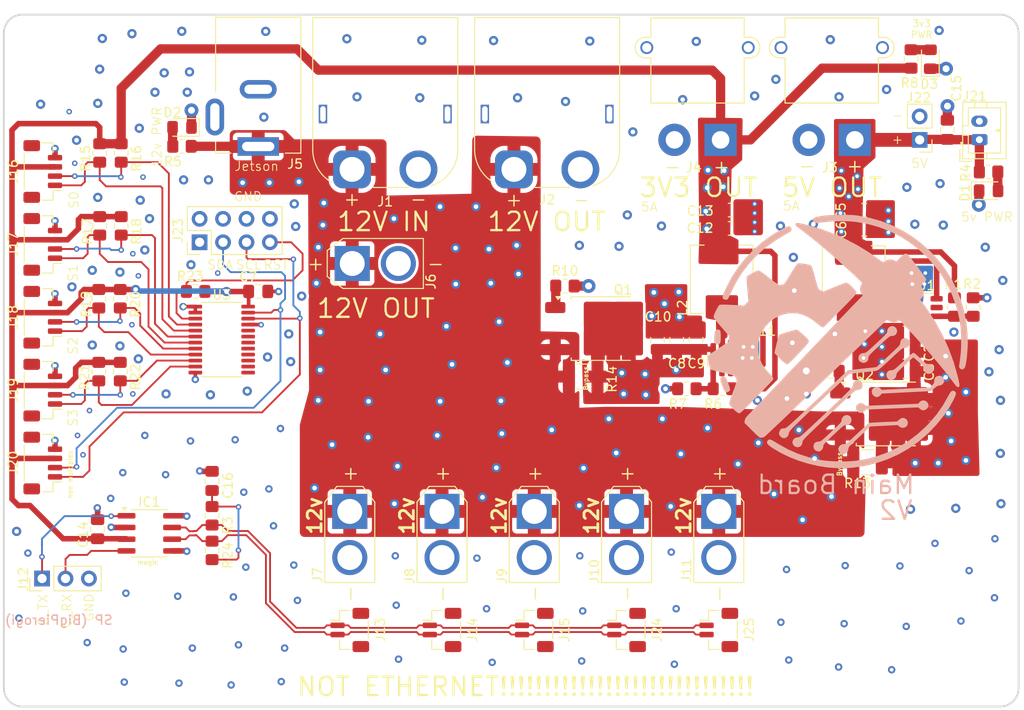
<source format=kicad_pcb>
(kicad_pcb (version 20240108) (generator "pcbnew") (generator_version "8.0")
  (layers (0 "F.Cu" signal "SIG1") (1 "In1.Cu" power "GND1") (2 "In2.Cu" signal "GND2") (31 "B.Cu" signal "SIG2") (34 "B.Paste" user) (35 "F.Paste" user) (36 "B.SilkS" user "B.Silkscreen") (37 "F.SilkS" user "F.Silkscreen") (38 "B.Mask" user) (39 "F.Mask" user) (44 "Edge.Cuts" user))
  (net 0 "")
  (net 1 "GND")
  (net 2 "Net-(U1-SW)")
  (net 3 "Net-(U1-VBST)")
  (net 4 "+5V")
  (net 5 "+3V3")
  (net 6 "Net-(U2-SW)")
  (net 7 "Net-(U2-VBST)")
  (net 8 "Net-(D1-A)")
  (net 9 "Net-(D2-A)")
  (net 10 "Net-(D3-A)")
  (net 11 "C_TX")
  (net 12 "C_RX")
  (net 13 "CANN")
  (net 14 "CANP")
  (net 15 "+12V")
  (net 20 "SCL1")
  (net 21 "GPIO_GCLK")
  (net 22 "SDA1")
  (net 23 "SDAS0")
  (net 24 "SCLS0")
  (net 25 "SDAS1")
  (net 26 "SCLS1")
  (net 27 "SCLS2")
  (net 28 "SDAS2")
  (net 29 "SDAS3")
  (net 30 "SCLS3")
  (net 31 "Net-(U1-VFB)")
  (net 32 "Net-(U2-VFB)")
  (net 43 "Net-(C16-Pad1)")
  (net 44 "Net-(Q1-S)")
  (net 45 "Net-(Q2-S)")
  (net 46 "Net-(Q1-G)")
  (net 47 "Net-(Q2-G)")
  (footprint "MountingHole:MountingHole_4.3mm_M4_DIN965" (layer "F.Cu") (at 121.5 90.8)
    (property "Reference" "H4" (hide yes))
    (property "Value" "M4" (hide yes))
  )
  (footprint "Connector_BarrelJack:BarrelJack_Kycon_KLDX-0202-xC_Horizontal" (layer "F.Cu") (at 43.075 34.095 -90)
    (property "Reference" "J5")
    (property "Value" "Barrel_Jack" (hide yes))
  )
  (footprint "Connector_JST:JST_PH_B2B-PH-K_1x02_P2.00mm_Vertical" (layer "F.Cu") (at 121.246571 33.355001 90)
    (property "Reference" "J21")
    (property "Value" "B2B-PH_K" (hide yes))
  )
  (footprint "Connector_AMASS:AMASS_XT60PW-M_1x02_P7.20mm_Horizontal" (layer "F.Cu") (at 70.795 36.575)
    (property "Reference" "J2")
    (property "Value" "XT60PW-M" (hide yes))
  )
  (footprint "Connector_JST:JST_SH_BM04B-SRSS-TB_1x04-1MP_P1.00mm_Vertical" (layer "F.Cu") (at 19.725 36.805 90)
    (property "Reference" "J16")
    (property "Value" "BM04B-SRSS-TB" (hide yes))
  )
  (footprint "Capacitor_SMD:C_0805_2012Metric_Pad1.18x1.45mm_HandSolder" (layer "F.Cu") (at 108.765 41.015)
    (property "Reference" "C5")
    (property "Value" "22uF" (hide yes))
  )
  (footprint "Capacitor_SMD:C_0805_2012Metric_Pad1.18x1.45mm_HandSolder" (layer "F.Cu") (at 113.251571 58.490001 180)
    (property "Reference" "C3")
    (property "Value" "0.1uF" (hide yes))
  )
  (footprint "Capacitor_SMD:C_0805_2012Metric_Pad1.18x1.45mm_HandSolder" (layer "F.Cu") (at 108.775 43.075)
    (property "Reference" "C6")
    (property "Value" "22uF" (hide yes))
  )
  (footprint "Capacitor_SMD:C_0805_2012Metric_Pad1.18x1.45mm_HandSolder" (layer "F.Cu") (at 88.431094 55.05343 90)
    (property "Reference" "C8")
    (property "Value" "10uF" (hide yes))
  )
  (footprint "Connector_AMASS:AMASS_XT30PW-M_1x02_P2.50mm_Horizontal" (layer "F.Cu") (at 93.195 33.375)
    (property "Reference" "J4")
    (property "Value" "XT30PW-M" (hide yes))
  )
  (footprint "MountingHole:MountingHole_4.3mm_M4_DIN965" (layer "F.Cu") (at 19.5 90.8)
    (property "Reference" "H3" (hide yes))
    (property "Value" "M4" (hide yes))
  )
  (footprint "Resistor_SMD:R_0805_2012Metric_Pad1.20x1.40mm_HandSolder" (layer "F.Cu") (at 93.391094 60.35343)
    (property "Reference" "R6")
    (property "Value" "33.2K" (hide yes))
  )
  (footprint "Connector_AMASS:AMASS_XT30PW-M_1x02_P2.50mm_Horizontal" (layer "F.Cu") (at 107.745 33.375)
    (property "Reference" "J3")
    (property "Value" "XT30PW-M" (hide yes))
  )
  (footprint "Capacitor_SMD:C_0805_2012Metric_Pad1.18x1.45mm_HandSolder" (layer "F.Cu") (at 94.290478 42.975)
    (property "Reference" "C12")
    (property "Value" "22uF" (hide yes))
  )
  (footprint "MountingHole:MountingHole_4.3mm_M4_DIN965" (layer "F.Cu") (at 19.5 23.8)
    (property "Reference" "H1" (hide yes))
    (property "Value" "M4" (hide yes))
  )
  (footprint "Resistor_SMD:R_0805_2012Metric_Pad1.20x1.40mm_HandSolder" (layer "F.Cu") (at 38.075 74.125 90)
    (property "Reference" "R3")
    (property "Value" "60" (hide yes))
  )
  (footprint "Capacitor_SMD:C_0805_2012Metric_Pad1.18x1.45mm_HandSolder" (layer "F.Cu") (at 113.251571 56.400001 180)
    (property "Reference" "C2")
    (property "Value" "10uF" (hide yes))
  )
  (footprint "Connector_AMASS:AMASS_XT30U-M_1x02_P5.0mm_Vertical" (layer "F.Cu") (at 93 73.65 -90)
    (property "Reference" "J11")
    (property "Value" "XT30U-M" (hide yes))
  )
  (footprint "Package_TO_SOT_SMD:SOT-23-6" (layer "F.Cu") (at 115.476571 51.550001)
    (property "Reference" "U1")
    (property "Value" "TPS565208" (hide yes))
  )
  (footprint "Capacitor_SMD:C_0805_2012Metric_Pad1.18x1.45mm_HandSolder" (layer "F.Cu") (at 38.075 70.345 90)
    (property "Reference" "C16")
    (property "Value" "560pF" (hide yes))
  )
  (footprint "Connector_PinHeader_2.54mm:PinHeader_1x02_P2.54mm_Vertical" (layer "F.Cu") (at 114.775 33.375 180)
    (property "Reference" "J22")
    (property "Value" "Conn_01x02" (hide yes))
  )
  (footprint "Connector_AMASS:AMASS_XT30U-M_1x02_P5.0mm_Vertical" (layer "F.Cu") (at 53 73.65 -90)
    (property "Reference" "J7")
    (property "Value" "XT30U-M" (hide yes))
  )
  (footprint "Connector_JST:JST_SH_BM02B-SRSS-TB_1x02-1MP_P1.00mm_Vertical" (layer "F.Cu") (at 73 86.5 -90)
    (property "Reference" "J15")
    (property "Value" "BM02B-SRSS-TB" (hide yes))
  )
  (footprint "Resistor_SMD:R_0805_2012Metric_Pad1.20x1.40mm_HandSolder" (layer "F.Cu") (at 25.795 50.595 -90)
    (property "Reference" "R19")
    (property "Value" "4.7K" (hide yes))
  )
  (footprint "Capacitor_SMD:C_0805_2012Metric_Pad1.18x1.45mm_HandSolder" (layer "F.Cu") (at 113.251571 54.310001 180)
    (property "Reference" "C1")
    (property "Value" "10uF" (hide yes))
  )
  (footprint "Resistor_SMD:R_0805_2012Metric_Pad1.20x1.40mm_HandSolder" (layer "F.Cu") (at 120.576571 51.495001 -90)
    (property "Reference" "R2")
    (property "Value" "10K" (hide yes))
  )
  (footprint "Resistor_SMD:R_0805_2012Metric_Pad1.20x1.40mm_HandSolder" (layer "F.Cu") (at 25.895 42.695 -90)
    (property "Reference" "R17")
    (property "Value" "4.7K" (hide yes))
  )
  (footprint "Package_TO_SOT_SMD:SOT-23-6" (layer "F.Cu") (at 93.341094 57.20343 -90)
    (property "Reference" "U2")
    (property "Value" "TPS565208" (hide yes))
  )
  (footprint "Inductor_SMD:L_Abracon_ASPI-0630LR" (layer "F.Cu") (at 93.311094 48.48343 90)
    (property "Reference" "L2")
    (property "Value" "2.2uH" (hide yes))
  )
  (footprint "Connector_PinHeader_2.54mm:PinHeader_2x04_P2.54mm_Vertical" (layer "F.Cu") (at 36.725 44.475 90)
    (property "Reference" "J23")
    (property "Value" "Conn_02x04_Odd_Even" (hide yes))
  )
  (footprint "Resistor_SMD:R_0805_2012Metric_Pad1.20x1.40mm_HandSolder" (layer "F.Cu") (at 28.125 50.595 -90)
    (property "Reference" "R20")
    (property "Value" "4.7K" (hide yes))
  )
  (footprint "Diode_SMD:D_0805_2012Metric_Pad1.15x1.40mm_HandSolder" (layer "F.Cu") (at 34.816571 32.025001 180)
    (property "Reference" "D2")
    (property "Value" "LED" (hide yes))
  )
  (footprint "Connector_AMASS:AMASS_XT30U-M_1x02_P5.0mm_Vertical" (layer "F.Cu") (at 53.266571 46.775001)
    (property "Reference" "J6")
    (property "Value" "XT30U_M" (hide yes))
  )
  (footprint "Resistor_SMD:R_0805_2012Metric_Pad1.20x1.40mm_HandSolder" (layer "F.Cu") (at 28.225 34.795 -90)
    (property "Reference" "R16")
    (property "Value" "4.7K" (hide yes))
  )
  (footprint "Capacitor_SMD:C_0805_2012Metric_Pad1.18x1.45mm_HandSolder" (layer "F.Cu") (at 86.351094 55.05343 90)
    (property "Reference" "C10")
    (property "Value" "10uF" (hide yes))
  )
  (footprint "Resistor_SMD:R_0805_2012Metric_Pad1.20x1.40mm_HandSolder" (layer "F.Cu") (at 89.541094 60.35343)
    (property "Reference" "R7")
    (property "Value" "10K" (hide yes))
  )
  (footprint "Package_TO_SOT_SMD:TO-252-2" (layer "F.Cu") (at 111.215 63.085)
    (property "Reference" "Q2")
    (property "Value" "FQD11P06TM" (hide yes))
  )
  (footprint "Connector_PinHeader_2.54mm:PinHeader_1x03_P2.54mm_Vertical" (layer "F.Cu") (at 19.646571 80.925001 90)
    (property "Reference" "J12")
    (property "Value" "Conn_01x03" (hide yes))
  )
  (footprint "Resistor_SMD:R_0805_2012Metric_Pad1.20x1.40mm_HandSolder" (layer "F.Cu") (at 28.225 42.695 -90)
    (property "Reference" "R18")
    (property "Value" "4.7K" (hide yes))
  )
  (footprint "Resistor_SMD:R_0805_2012Metric_Pad1.20x1.40mm_HandSolder" (layer "F.Cu") (at 34.816571 34.075001)
    (property "Reference" "R5")
    (property "Value" "500" (hide yes))
  )
  (footprint "Capacitor_SMD:C_0805_2012Metric_Pad1.18x1.45mm_HandSolder" (layer "F.Cu") (at 112.266571 50.565001 -90)
    (property "Reference" "C4")
    (property "Value" "0.1uF" (hide yes))
  )
  (footprint "Resistor_SMD:R_0805_2012Metric_Pad1.20x1.40mm_HandSolder" (layer "F.Cu") (at 76.325 49.221428)
    (property "Reference" "R10")
    (property "Value" "100" (hide yes))
  )
  (footprint "Resistor_SMD:R_1210_3225Metric_Pad1.30x2.65mm_HandSolder" (layer "F.Cu") (at 109.126571 68.325001 180)
    (property "Reference" "R13")
    (property "Value" "0" (hide yes))
  )
  (footprint "Capacitor_SMD:C_0805_2012Metric_Pad1.18x1.45mm_HandSolder" (layer "F.Cu") (at 94.371094 54.01343 180)
    (property "Reference" "C11")
    (property "Value" "0.1uF" (hide yes))
  )
  (footprint "Resistor_SMD:R_1210_3225Metric_Pad1.30x2.65mm_HandSolder" (layer "F.Cu") (at 78.301095 59.035001 180)
    (property "Reference" "R14")
    (property "Value" "0" (hide yes))
  )
  (footprint "Connector_JST:JST_SH_BM04B-SRSS-TB_1x04-1MP_P1.00mm_Vertical" (layer "F.Cu") (at 19.725 44.705 90)
    (property "Reference" "J17")
    (property "Value" "BM04B-SRSS-TB" (hide yes))
  )
  (footprint "Connector_JST:JST_SH_BM04B-SRSS-TB_1x04-1MP_P1.00mm_Vertical" (layer "F.Cu") (at 19.725 68.405 90)
    (property "Reference" "J20")
    (property "Value" "BM04B-SRSS-TB" (hide yes))
  )
  (footprint "Resistor_SMD:R_0805_2012Metric_Pad1.20x1.40mm_HandSolder" (layer "F.Cu") (at 113.84 24.605 90)
    (property "Reference" "R8")
    (property "Value" "68" (hide yes))
  )
  (footprint "Connector_JST:JST_SH_BM02B-SRSS-TB_1x02-1MP_P1.00mm_Vertical" (layer "F.Cu") (at 93 86.5 -90)
    (property "Reference" "J25")
    (property "Value" "BM02B-SRSS-TB" (hide yes))
  )
  (footprint "Capacitor_SMD:C_0805_2012Metric_Pad1.18x1.45mm_HandSolder" (layer "F.Cu") (at 94.290478 40.985)
    (property "Reference" "C13")
    (property "Value" "22uF" (hide yes))
  )
  (footprint "Connector_JST:JST_SH_BM02B-SRSS-TB_1x02-1MP_P1.00mm_Vertical" (layer "F.Cu") (at 83 86.5 -90)
    (property "Reference" "J24")
    (property "Value" "BM02B-SRSS-TB" (hide yes))
  )
  (footprint "Resistor_SMD:R_0805_2012Metric_Pad1.20x1.40mm_HandSolder" (layer "F.Cu") (at 25.795 58.495 -90)
    (property "Reference" "R21")
    (property "Value" "4.7K" (hide yes))
  )
  (footprint "Connector_JST:JST_SH_BM04B-SRSS-TB_1x04-1MP_P1.00mm_Vertical" (layer "F.Cu") (at 19.725 52.605 90)
    (property "Reference" "J18")
    (property "Value" "BM04B-SRSS-TB" (hide yes))
  )
  (footprint "Resistor_SMD:R_0805_2012Metric_Pad1.20x1.40mm_HandSolder" (layer "F.Cu") (at 28.125 58.495 -90)
    (property "Reference" "R22")
    (property "Value" "4.7K" (hide yes))
  )
  (footprint "Connector_AMASS:AMASS_XT30U-M_1x02_P5.0mm_Vertical" (layer "F.Cu") (at 73 73.65 -90)
    (property "Reference" "J9")
    (property "Value" "XT30U-M" (hide yes))
  )
  (footprint "Resistor_SMD:R_0805_2012Metric_Pad1.20x1.40mm_HandSolder" (layer "F.Cu") (at 122.245001 36.853429)
    (property "Reference" "R4")
    (property "Value" "150" (hide yes))
  )
  (footprint "Resistor_SMD:R_0805_2012Metric_Pad1.20x1.40mm_HandSolder" (layer "F.Cu") (at 105.046572 58.45343 180)
    (property "Reference" "R9")
    (property "Value" "100" (hide yes))
  )
  (footprint "Inductor_SMD:L_Abracon_ASPI-0630LR" (layer "F.Cu") (at 107.626571 48.555001 90)
    (property "Reference" "L1")
    (property "Value" "3.3uH" (hide yes))
  )
  (footprint "Capacitor_SMD:C_0805_2012Metric_Pad1.18x1.45mm_HandSolder" (layer "F.Cu") (at 43.075 49.805)
    (property "Reference" "C7")
    (property "Value" "0.1uF" (hide yes))
  )
  (footprint "Resistor_SMD:R_0805_2012Metric_Pad1.20x1.40mm_HandSolder" (layer "F.Cu") (at 38.075 77.875 90)
    (property "Reference" "R24")
    (property "Value" "60" (hide yes))
  )
  (footprint "MountingHole:MountingHole_4.3mm_M4_DIN965" (layer "F.Cu") (at 121.5 23.8)
    (property "Reference" "H2" (hide yes))
    (property "Value" "M4" (hide yes))
  )
  (footprint "Connector_AMASS:AMASS_XT30U-M_1x02_P5.0mm_Vertical" (layer "F.Cu") (at 83 73.65 -90)
    (property "Reference" "J10")
    (property "Value" "XT30U-M" (hide yes))
  )
  (footprint "Package_TO_SOT_SMD:TO-252-2" (layer "F.Cu") (at 80.315 53.83)
    (property "Reference" "Q1")
    (property "Value" "FQD11P06TM" (hide yes))
  )
  (footprint "Package_SO:SOIC-8_3.9x4.9mm_P1.27mm" (layer "F.Cu") (at 31.27 76.025)
    (property "Reference" "IC1")
    (property "Value" "TCAN3414DR" (hide yes))
  )
  (footprint "Capacitor_SMD:C_0805_2012Metric_Pad1.18x1.45mm_HandSolder" (layer "F.Cu") (at 90.541094 55.05343 90)
    (property "Reference" "C9")
    (property "Value" "0.1uF" (hide yes))
  )
  (footprint "Resistor_SMD:R_0805_2012Metric_Pad1.20x1.40mm_HandSolder" (layer "F.Cu") (at 118.546571 51.495001 90)
    (property "Reference" "R1")
    (property "Value" "54.9K" (hide yes))
  )
  (footprint "Resistor_SMD:R_0805_2012Metric_Pad1.20x1.40mm_HandSolder" (layer "F.Cu") (at 25.895 34.795 -90)
    (property "Reference" "R15")
    (property "Value" "4.7K" (hide yes))
  )
  (footprint "Connector_JST:JST_SH_BM02B-SRSS-TB_1x02-1MP_P1.00mm_Vertical" (layer "F.Cu") (at 63 86.5 -90)
    (property "Reference" "J14")
    (property "Value" "BM02B-SRSS-TB" (hide yes))
  )
  (footprint "Diode_SMD:D_0805_2012Metric_Pad1.15x1.40mm_HandSolder" (layer "F.Cu") (at 115.931572 24.63843 90)
    (property "Reference" "D3")
    (property "Value" "LED" (hide yes))
  )
  (footprint "Connector_AMASS:AMASS_XT30U-M_1x02_P5.0mm_Vertical" (layer "F.Cu") (at 63 73.65 -90)
    (property "Reference" "J8")
    (property "Value" "XT30U-M" (hide yes))
  )
  (footprint "Capacitor_SMD:C_0805_2012Metric_Pad1.18x1.45mm_HandSolder" (layer "F.Cu") (at 117.776571 32.285001 -90)
    (property "Reference" "C15")
    (property "Value" "0.1uF" (hide yes))
  )
  (footprint "Resistor_SMD:R_0805_2012Metric_Pad1.20x1.40mm_HandSolder" (layer "F.Cu") (at 36.295 49.805 180)
    (property "Reference" "R23")
    (property "Value" "10K" (hide yes))
  )
  (footprint "Connector_JST:JST_SH_BM04B-SRSS-TB_1x04-1MP_P1.00mm_Vertical" (layer "F.Cu") (at 19.725 60.505 90)
    (property "Reference" "J19")
    (property "Value" "BM04B-SRSS-TB" (hide yes))
  )
  (footprint "Package_SO:TSSOP-24_4.4x7.8mm_P0.65mm" (layer "F.Cu") (at 39.12 55.025)
    (property "Reference" "U3")
    (property "Value" "TCA9548APWR" (hide yes))
  )
  (footprint "Connector_JST:JST_SH_BM02B-SRSS-TB_1x02-1MP_P1.00mm_Vertical" (layer "F.Cu") (at 53 86.5 -90)
    (property "Reference" "J13")
    (property "Value" "BM02B-SRSS-TB" (hide yes))
  )
  (footprint "Diode_SMD:D_0805_2012Metric_Pad1.15x1.40mm_HandSolder" (layer "F.Cu") (at 122.245001 38.890001)
    (property "Reference" "D1")
    (property "Value" "LED" (hide yes))
  )
  (footprint "Capacitor_SMD:C_0805_2012Metric_Pad1.18x1.45mm_HandSolder" (layer "F.Cu") (at 25.665 75.575 90)
    (property "Reference" "C14")
    (property "Value" "0.1uF" (hide yes))
  )
  (footprint "Connector_AMASS:AMASS_XT60PW-M_1x02_P7.20mm_Horizontal" (layer "F.Cu") (at 53.245 36.575)
    (property "Reference" "J1")
    (property "Value" "XT60PW-M" (hide yes))
  )
  (footprint "LOGO" (layer "B.Cu") (at 105.885786 55.214215 180)
    (property "Reference" "G***" (hide yes))
    (property "Value" "LOGO" (hide yes))
  )
  (gr_line (start 125.5 21.800001) (end 125.5 92.800001) (stroke (width 0.2)) (layer "Edge.Cuts"))
  (gr_line (start 15.5 21.8) (end 15.5 92.800003) (stroke (width 0.2)) (layer "Edge.Cuts"))
  (gr_arc (start 17.499999 94.800001) (mid 16.085786 94.214215) (end 15.5 92.800003) (stroke (width 0.2)) (layer "Edge.Cuts"))
  (gr_line (start 17.499999 94.800001) (end 123.5 94.800001) (stroke (width 0.2)) (layer "Edge.Cuts"))
  (gr_arc (start 125.5 92.800001) (mid 124.914213 94.214214) (end 123.5 94.800001) (stroke (width 0.2)) (layer "Edge.Cuts"))
  (gr_arc (start 123.5 19.800001) (mid 124.914213 20.385787) (end 125.5 21.800001) (stroke (width 0.2)) (layer "Edge.Cuts"))
  (gr_line (start 17.499998 19.800001) (end 123.5 19.800001) (stroke (width 0.2)) (layer "Edge.Cuts"))
  (gr_arc (start 15.5 21.8) (mid 16.085786 20.385787) (end 17.499998 19.800001) (stroke (width 0.2)) (layer "Edge.Cuts"))
  (gr_text "Main Board" (at 114.385786 71.914215 0) (layer "B.SilkS") (effects (font (size 2 2) (thickness 0.25)) (justify left bottom mirror)))
  (gr_text "V2" (at 114.164949 74.704287 0) (layer "B.SilkS") (effects (font (size 2 2) (thickness 0.25)) (justify left bottom mirror)))
  (gr_text "SP (BigPierogi)" (at 27.385786 86.014215 0) (layer "B.SilkS") (effects (font (size 1 1)) (justify left bottom mirror)))
  (gr_text "12v" (at 80.085786 76.314215 90) (layer "F.SilkS") (effects (font (size 1.5 1.5) (thickness 0.3) (bold yes)) (justify left bottom)))
  (gr_text "12v" (at 90.085786 76.314215 90) (layer "F.SilkS") (effects (font (size 1.5 1.5) (thickness 0.3) (bold yes)) (justify left bottom)))
  (gr_text "3v3\nPWR" (at 114.985786 22.414215 0) (layer "F.SilkS") (effects (font (size 0.75 0.75) (thickness 0.1)) (justify bottom)))
  (gr_text "S1" (at 23.585786 48.814215 90) (layer "F.SilkS") (effects (font (size 1 1) (thickness 0.1)) (justify left bottom)))
  (gr_text "Bypass" (at 78.585786 59.214215 90) (layer "F.SilkS") (effects (font (size 0.5 0.5) (thickness 0.1) (bold yes))))
  (gr_text "GND" (at 25.335786 85.664215 90) (layer "F.SilkS") (effects (font (size 1 1) (thickness 0.1)) (justify left bottom)))
  (gr_text "non multiplex" (at 22.985786 72.314215 90) (layer "F.SilkS") (effects (font (size 0.5 0.5) (thickness 0.1)) (justify left bottom)))
  (gr_text "5A" (at 99.885786 41.114215 0) (layer "F.SilkS") (effects (font (size 1 1) (thickness 0.1)) (justify left bottom)))
  (gr_text "S3" (at 23.585786 64.514215 90) (layer "F.SilkS") (effects (font (size 1 1) (thickness 0.1)) (justify left bottom)))
  (gr_text "5A" (at 84.485786 41.214215 0) (layer "F.SilkS") (effects (font (size 1 1) (thickness 0.1)) (justify left bottom)))
  (gr_text "SDA" (at 37.485786 47.514215 0) (layer "F.SilkS") (effects (font (size 1 1) (thickness 0.1)) (justify left bottom)))
  (gr_text "5V" (at 113.785786 36.514215 0) (layer "F.SilkS") (effects (font (size 1 1) (thickness 0.1)) (justify left bottom)))
  (gr_text "12v" (at 50.085786 76.314215 90) (layer "F.SilkS") (effects (font (size 1.5 1.5) (thickness 0.3) (bold yes)) (justify left bottom)))
  (gr_text "+" (at 111.685786 33.914215 0) (layer "F.SilkS") (effects (font (size 1 1) (thickness 0.1)) (justify left bottom)))
  (gr_text "magic" (at 29.935786 79.464215 0) (layer "F.SilkS") (effects (font (size 0.5 0.5) (thickness 0.1)) (justify left bottom)))
  (gr_text "SCL" (at 40.585786 47.514215 0) (layer "F.SilkS") (effects (font (size 1 1) (thickness 0.1)) (justify left bottom)))
  (gr_text "5v PWR" (at 119.185786 42.314215 0) (layer "F.SilkS") (effects (font (size 1 1) (thickness 0.1)) (justify left bottom)))
  (gr_text "S0" (at 23.685786 40.914215 90) (layer "F.SilkS") (effects (font (size 1 1) (thickness 0.1)) (justify left bottom)))
  (gr_text "12V OUT" (at 49.285786 52.814215 0) (layer "F.SilkS") (effects (font (size 2 2) (thickness 0.25)) (justify left bottom)))
  (gr_text "-" (at 111.685786 31.314215 0) (layer "F.SilkS") (effects (font (size 1 1) (thickness 0.1)) (justify left bottom)))
  (gr_text "12V IN" (at 51.485786 43.414215 0) (layer "F.SilkS") (effects (font (size 2 2) (thickness 0.25)) (justify left bottom)))
  (gr_text "5V OUT" (at 99.685786 39.714215 0) (layer "F.SilkS") (effects (font (size 2 2) (thickness 0.25)) (justify left bottom)))
  (gr_text "GND" (at 40.385786 40.114215 0) (layer "F.SilkS") (effects (font (size 1 1) (thickness 0.1)) (justify left bottom)))
  (gr_text "3V3 OUT" (at 84.249567 39.714215 0) (layer "F.SilkS") (effects (font (size 2 2) (thickness 0.25)) (justify left bottom)))
  (gr_text "RST" (at 43.585786 47.514215 0) (layer "F.SilkS") (effects (font (size 1 1) (thickness 0.1)) (justify left bottom)))
  (gr_text "S2" (at 23.585786 56.714215 90) (layer "F.SilkS") (effects (font (size 1 1) (thickness 0.1)) (justify left bottom)))
  (gr_text "12v" (at 70.085786 76.314215 90) (layer "F.SilkS") (effects (font (size 1.5 1.5) (thickness 0.3) (bold yes)) (justify left bottom)))
  (gr_text "12V OUT" (at 67.785786 43.414215 0) (layer "F.SilkS") (effects (font (size 2 2) (thickness 0.25)) (justify left bottom)))
  (gr_text "C_RX" (at 22.935786 86.364215 90) (layer "F.SilkS") (effects (font (size 1 1) (thickness 0.1)) (justify left bottom)))
  (gr_text "NOT ETHERNET!!!!!!!!!!!!!!!!!!!!!!!!!!!!!" (at 47.135786 93.814215 0) (layer "F.SilkS") (effects (font (size 2 2) (thickness 0.25)) (justify left bottom)))
  (gr_text "12v PWR" (at 32.685786 36.414215 90) (layer "F.SilkS") (effects (font (size 1 1) (thickness 0.1)) (justify left bottom)))
  (gr_text "Bypass" (at 106.085786 68.514215 90) (layer "F.SilkS") (effects (font (size 0.5 0.5) (thickness 0.1) (bold yes))))
  (gr_text "C_TX" (at 20.335786 86.164215 90) (layer "F.SilkS") (effects (font (size 1 1) (thickness 0.1)) (justify left bottom)))
  (gr_text "12v" (at 60.085786 76.314215 90) (layer "F.SilkS") (effects (font (size 1.5 1.5) (thickness 0.3) (bold yes)) (justify left bottom)))
  (gr_text "Jetson " (at 43.285786 36.814215 0) (layer "F.SilkS") (effects (font (size 1 1) (thickness 0.1)) (justify bottom)))
  (segment (start 35.291571 74.12) (end 35.335786 74.164215) (width 0.6) (layer "F.Cu") (net 1))
  (segment (start 36.2575 59.342501) (end 36.2575 58.6) (width 0.4) (layer "F.Cu") (net 1))
  (segment (start 36.779071 69.3075) (end 36.735786 69.264215) (width 0.6) (layer "F.Cu") (net 1))
  (segment (start 102.525001 58.25343) (end 102.485786 58.214215) (width 1) (layer "F.Cu") (net 1))
  (segment (start 121.185786 40.414215) (end 121.185786 38.924216) (width 1) (layer "F.Cu") (net 1))
  (segment (start 45.276571 49.805) (end 45.285786 49.814215) (width 0.4) (layer "F.Cu") (net 1))
  (segment (start 38.075 69.3075) (end 36.779071 69.3075) (width 0.6) (layer "F.Cu") (net 1))
  (segment (start 21.05 50.050001) (end 21.05 51.105) (width 0.6) (layer "F.Cu") (net 1))
  (segment (start 34.921571 51.45) (end 36.2575 51.45) (width 0.4) (layer "F.Cu") (net 1))
  (segment (start 27.161571 75.39) (end 27.135786 75.364215) (width 0.6) (layer "F.Cu") (net 1))
  (segment (start 25.665 74.5375) (end 25.665 73.293429) (width 0.6) (layer "F.Cu") (net 1))
  (segment (start 117.776571 29.72343) (end 117.776571 31.247501) (width 1) (layer "F.Cu") (net 1))
  (segment (start 122.066572 50.495001) (end 120.576571 50.495001) (width 0.6) (layer "F.Cu") (net 1))
  (segment (start 117.635001 25.66343) (end 115.931572 25.66343) (width 1) (layer "F.Cu") (net 1))
  (segment (start 21.05 42.150001) (end 21.05 43.205) (width 0.6) (layer "F.Cu") (net 1))
  (segment (start 35.841571 30.17) (end 35.841571 32.025001) (width 1) (layer "F.Cu") (net 1))
  (segment (start 104.046572 58.45343) (end 102.525001 58.45343) (width 1) (layer "F.Cu") (net 1))
  (segment (start 77.325 49.221428) (end 78.878573 49.221428) (width 1) (layer "F.Cu") (net 1))
  (segment (start 28.795 75.39) (end 27.161571 75.39) (width 0.6) (layer "F.Cu") (net 1))
  (segment (start 43.371571 53.4) (end 43.385786 53.414215) (width 0.4) (layer "F.Cu") (net 1))
  (segment (start 21.05 34.314215) (end 21.05 35.305) (width 0.6) (layer "F.Cu") (net 1))
  (segment (start 33.745 74.12) (end 35.291571 74.12) (width 0.6) (layer "F.Cu") (net 1))
  (segment (start 44.1125 49.805) (end 45.276571 49.805) (width 0.4) (layer "F.Cu") (net 1))
  (segment (start 35.301571 77.93) (end 35.335786 77.964215) (width 0.6) (layer "F.Cu") (net 1))
  (segment (start 21.05 57.850001) (end 21.05 59.005) (width 0.6) (layer "F.Cu") (net 1))
  (segment (start 41.9825 53.4) (end 43.371571 53.4) (width 0.4) (layer "F.Cu") (net 1))
  (segment (start 121.185786 38.924216) (end 121.220001 38.890001) (width 1) (layer "F.Cu") (net 1))
  (segment (start 78.878573 49.221428) (end 78.885786 49.214215) (width 1) (layer "F.Cu") (net 1))
  (segment (start 87.225001 60.35343) (end 88.541094 60.35343) (width 0.6) (layer "F.Cu") (net 1))
  (segment (start 36.2575 52.1) (end 36.2575 51.45) (width 0.4) (layer "F.Cu") (net 1))
  (segment (start 117.785786 29.714215) (end 117.776571 29.72343) (width 1) (layer "F.Cu") (net 1))
  (segment (start 21.05 65.950001) (end 21.05 66.905) (width 0.6) (layer "F.Cu") (net 1))
  (segment (start 33.745 77.93) (end 35.301571 77.93) (width 0.6) (layer "F.Cu") (net 1))
  (via (at 24.785786 62.714215) (size 0.6) (drill 0.3) (layers "F.Cu" "B.Cu") (net 1))
  (via (at 113.885786 47.814215) (size 0.8) (drill 0.4) (layers "F.Cu" "B.Cu") (net 1))
  (via (at 100.583484 89.756619) (size 0.8) (drill 0.4) (layers "F.Cu" "B.Cu") (net 1))
  (via (at 23.185786 35.914215) (size 0.6) (drill 0.3) (layers "F.Cu" "B.Cu") (net 1))
  (via (at 110.685786 54.114215) (size 0.8) (drill 0.4) (layers "F.Cu" "B.Cu") (net 1))
  (via (at 117.334539 42.613628) (size 1) (drill 0.5) (layers "F.Cu" "B.Cu") (net 1))
  (via (at 79.017272 22.666952) (size 1) (drill 0.5) (layers "F.Cu" "B.Cu") (net 1))
  (via (at 117.785786 29.714215) (size 1.5) (drill 0.75) (layers "F.Cu" "B.Cu") (net 1))
  (via (at 114.252727 42.52024) (size 1) (drill 0.5) (layers "F.Cu" "B.Cu") (net 1))
  (via (at 21.05 65.950001) (size 0.8) (drill 0.4) (layers "F.Cu" "B.Cu") (net 1))
  (via (at 35.627875 26.009177) (size 1) (drill 0.5) (layers "F.Cu" "B.Cu") (net 1))
  (via (at 58.285786 89.664215) (size 0.8) (drill 0.4) (layers "F.Cu" "B.Cu") (net 1))
  (via (at 113.385786 38.514215) (size 1) (drill 0.5) (layers "F.Cu" "B.Cu") (net 1))
  (via (at 121.185786 40.414215) (size 1.5) (drill 0.75) (layers "F.Cu" "B.Cu") (net 1))
  (via (at 105.085786 22.514215) (size 1) (drill 0.5) (layers "F.Cu" "B.Cu") (net 1))
  (via (at 96.885786 28.614215) (size 1) (drill 0.5) (layers "F.Cu" "B.Cu") (net 1))
  (via (at 88.379519 84.199694) (size 0.8) (drill 0.4) (layers "F.Cu" "B.Cu") (net 1))
  (via (at 47.785786 50.314215) (size 1) (drill 0.5) (layers "F.Cu" "B.Cu") (net 1))
  (via (at 83.685786 32.514215) (size 1) (drill 0.5) (layers "F.Cu" "B.Cu") (net 1))
  (via (at 41.885817 60.610179) (size 1) (drill 0.5) (layers "F.Cu" "B.Cu") (net 1))
  (via (at 60.806561 22.573563) (size 1) (drill 0.5) (layers "F.Cu" "B.Cu") (net 1))
  (via (at 19.485786 29.514215) (size 1) (drill 0.5) (layers "F.Cu" "B.Cu") (net 1))
  (via (at 87.847756 78.057829) (size 0.8) (drill 0.4) (layers "F.Cu" "B.Cu") (net 1))
  (via (at 46.585786 57.414215) (size 1) (drill 0.5) (layers "F.Cu" "B.Cu") (net 1))
  (via (at 112.635786 79.564215) (size 0.8) (drill 0.4) (layers "F.Cu" "B.Cu") (net 1))
  (via (at 76.385786 29.214215) (size 1) (drill 0.5) (layers "F.Cu" "B.Cu") (net 1))
  (via (at 111.735786 90.814215) (size 0.8) (drill 0.4) (layers "F.Cu" "B.Cu") (net 1))
  (via (at 97.185786 61.614215) (size 1) (drill 0.5) (layers "F.Cu" "B.Cu") (net 1))
  (via (at 30.085786 48.114215) (size 0.6) (drill 0.3) (layers "F.Cu" "B.Cu") (net 1))
  (via (at 28.556162 92.149553) (size 0.8) (drill 0.4) (layers "F.Cu" "B.Cu") (net 1))
  (via (at 110.685786 58.814215) (size 0.8) (drill 0.4) (layers "F.Cu" "B.Cu") (net 1))
  (via (at 40.574009 65.880453) (size 0.8) (drill 0.4) (layers "F.Cu" "B.Cu") (net 1))
  (via (at 96.885786 43.314215) (size 0.6) (drill 0.3) (layers "F.Cu" "B.Cu") (net 1))
  (via (at 101.185786 49.714215) (size 1) (drill 0.5) (layers "F.Cu" "B.Cu") (net 1))
  (via (at 17.135786 85.214215) (size 0.8) (drill 0.4) (layers "F.Cu" "B.Cu") (net 1))
  (via (at 40.935786 88.114215) (size 0.8) (drill 0.4) (layers "F.Cu" "B.Cu") (net 1))
  (via (at 43.885786 21.614215) (size 1) (drill 0.5) (layers "F.Cu" "B.Cu") (net 1))
  (via (at 45.935786 88.464215) (size 0.8) (drill 0.4) (layers "F.Cu" "B.Cu") (net 1))
  (via (at 86.785786 42.714215) (size 1) (drill 0.5) (layers "F.Cu" "B.Cu") (net 1))
  (via (at 100.34419 79.945589) (size 0.8) (drill 0.4) (layers "F.Cu" "B.Cu") (net 1))
  (via (at 67.826872 84.199694) (size 0.8) (drill 0.4) (layers "F.Cu" "B.Cu") (net 1))
  (via (at 88.660786 49.864215) (size 1) (drill 0.5) (layers "F.Cu" "B.Cu") (net 1))
  (via (at 29.485786 60.914215) (size 0.6) (drill 0.3) (layers "F.Cu" "B.Cu") (net 1))
  (via (at 25.085786 47.514215) (size 1) (drill 0.5) (layers "F.Cu" "B.Cu") (net 1))
  (via (at 96.685786 55.814215) (size 0.8) (drill 0.4) (layers "F.Cu" "B.Cu") (net 1))
  (via (at 108.885786 54.114215) (size 0.8) (drill 0.4) (layers "F.Cu" "B.Cu") (net 1))
  (via (at 122.066572 50.495001) (size 1) (drill 0.5) (layers "F.Cu" "B.Cu") (net 1))
  (via (at 87.110786 51.139215) (size 1) (drill 0.5) (layers "F.Cu" "B.Cu") (net 1))
  (via (at 22.585786 30.314215) (size 0.6) (drill 0.3) (layers "F.Cu" "B.Cu") (net 1))
  (via (at 35.335786 77.964215) (size 0.8) (drill 0.4) (layers "F.Cu" "B.Cu") (net 1))
  (via (at 68.435786 90.014215) (size 0.8) (drill 0.4) (layers "F.Cu" "B.Cu") (net 1))
  (via (at 34.485786 92.264215) (size 0.8) (drill 0.4) (layers "F.Cu" "B.Cu") (net 1))
  (via (at 21.05 34.314215) (size 0.8) (drill 0.4) (layers "F.Cu" "B.Cu") (net 1))
  (via (at 110.685786 57.414215) (size 0.8) (drill 0.4) (layers "F.Cu" "B.Cu") (net 1))
  (via (at 23.485786 65.414215) (size 0.6) (drill 0.3) (layers "F.Cu" "B.Cu") (net 1))
  (via (at 108.785786 55.514215) (size 0.8) (drill 0.4) (layers "F.Cu" "B.Cu") (net 1))
  (via (at 99.732663 85.662043) (size 0.8) (drill 0.4) (layers "F.Cu" "B.Cu") (net 1))
  (via (at 24.085786 67.514215) (size 0.6) (drill 0.3) (layers "F.Cu" "B.Cu") (net 1))
  (via (at 30.785786 65.414215) (size 0.8) (drill 0.4) (layers "F.Cu" "B.Cu") (net 1))
  (via (at 106.69876 79.520178) (size 0.8) (drill 0.4) (layers "F.Cu" "B.Cu") (net 1))
  (via (at 35.785786 46.914215) (size 1) (drill 0.5) (layers "F.Cu" "B.Cu") (net 1))
  (via (at 115.385786 47.814215) (size 0.8) (drill 0.4) (layers "F.Cu" "B.Cu") (net 1))
  (via (at 123.385786 56.114215) (size 1) (drill 0.5) (layers "F.Cu" "B.Cu") (net 1))
  (via (at 123.585786 72.814215) (size 1) (drill 0.5) (layers "F.Cu" "B.Cu") (net 1))
  (via (at 36.735786 69.264215) (size 0.8) (drill 0.4) (layers "F.Cu" "B.Cu") (net 1))
  (via (at 41.510786 71.564215) (size 0.8) (drill 0.4) (layers "F.Cu" "B.Cu") (net 1))
  (via (at 21.05 50.050001) (size 0.8) (drill 0.4) (layers "F.Cu" "B.Cu") (net 1))
  (via (at 96.885786 40.314215) (size 0.6) (drill 0.3) (layers "F.Cu" "B.Cu") (net 1))
  (via (at 31.292577 41.910081) (size 1) (drill 0.5) (layers "F.Cu" "B.Cu") (net 1))
  (via (at 34.788591 21.602326) (size 1) (drill 0.5) (layers "F.Cu" "B.Cu") (net 1))
  (via (at 30.785786 45.314215) (size 1) (drill 0.5) (layers "F.Cu" "B.Cu") (net 1))
  (via (at 100.972916 55.370465) (size 1) (drill 0.5) (layers "F.Cu" "B.Cu") (net 1))
  (via (at 47.136083 42.761811) (size 1) (drill 0.5) (layers "F.Cu" "B.Cu") (net 1))
  (via (at 33.085786 60.914215) (size 1) (drill 0.5) (layers "F.Cu" "B.Cu") (net 1))
  (via (at 106.035227 28.711232) (size 1) (drill 0.5) (layers "F.Cu" "B.Cu") (net 1))
  (via (at 120.135786 80.064215) (size 0.8) (drill 0.4) (layers "F.Cu" "B.Cu") (net 1))
  (via (at 122.935786 76.614215) (size 0.8) (drill 0.4) (layers "F.Cu" "B.Cu") (net 1))
  (via (at 27.085786 72.239215) (size 0.8) (drill 0.4) (layers "F.Cu" "B.Cu") (net 1))
  (via (at 46.935786 79.464215) (size 0.8) (drill 0.4) (layers "F.Cu" "B.Cu") (net 1))
  (via (at 38.685786 47.814215) (size 0.6) (drill 0.3) (layers "F.Cu" "B.Cu") (net 1))
  (via (at 105.985786 90.514215) (size 0.8) (drill 0.4) (layers "F.Cu" "B.Cu") (net 1))
  (via (at 30.285786 39.914215) (size 1) (drill 0.5) (layers "F.Cu" "B.Cu") (net 1))
  (via (at 37.685786 37.714215) (size 1) (drill 0.5) (layers "F.Cu" "B.Cu") (net 1))
  (via (at 44.085786 56.914215) (size 1) (drill 0.5) (layers "F.Cu" "B.Cu") (net 1))
  (via (at 35.935786 88.464215) (size 0.8) (drill 0.4) (layers "F.Cu" "B.Cu") (net 1))
  (via (at 103.25159 42.52024) (size 1) (drill 0.5) (layers "F.Cu" "B.Cu") (net 1))
  (via (at 57.935786 78.464215) (size 0.8) (drill 0.4) (layers "F.Cu" "B.Cu") (net 1))
  (via (at 30.585786 37.414215) (size 0.6) (drill 0.3) (layers "F.Cu" "B.Cu") (net 1))
  (via (at 77.885786 44.814215) (size 1) (drill 0.5) (layers "F.Cu" "B.Cu") (net 1))
  (via (at 68.585786 22.614215) (size 1) (drill 0.5) (layers "F.Cu" "B.Cu") (net 1))
  (via (at 34.921571 51.45) (size 0.8) (drill 0.4) (layers "F.Cu" "B.Cu") (net 1))
  (via (at 45.572583 92.096377) (size 0.8) (drill 0.4) (layers "F.Cu" "B.Cu") (net 1))
  (via (at 46.385786 54.414215) (size 1) (drill 0.5) (layers "F.Cu" "B.Cu") (net 1))
  (via (at 119.248371 85.529102) (size 0.8) (drill 0.4) (layers "F.Cu" "B.Cu") (net 1))
  (via (at 123.53552 61.608801) (size 1) (drill 0.5) (layers "F.Cu" "B.Cu") (net 1))
  (via (at 16.885786 75.814215) (size 1) (drill 0.5) (layers "F.Cu" "B.Cu") (net 1))
  (via (at 99.685786 42.714215) (size 1) (drill 0.5) (layers "F.Cu" "B.Cu") (net 1))
  (via (at 110.685786 55.814215) (size 0.8) (drill 0.4) (layers "F.Cu" "B.Cu") (net 1))
  (via (at 123.785786 48.614215) (size 1) (drill 0.5) (layers "F.Cu" "B.Cu") (net 1))
  (via (at 83.085786 41.514215) (size 1) (drill 0.5) (layers "F.Cu" "B.Cu") (net 1))
  (via (at 87.225001 60.35343) (size 1) (drill 0.5) (layers "F.Cu" "B.Cu") (net 1))
  (via (at 47.327402 83.295697) (size 0.8) (drill 0.4) (layers "F.Cu" "B.Cu") (net 1))
  (via (at 102.485786 58.414215) (size 1.5) (drill 0.75) (layers "F.Cu" "B.Cu") (net 1))
  (via (at 77.935786 78.464215) (size 0.8) (drill 0.4) (layers "F.Cu" "B.Cu") (net 1))
  (via (at 85.735786 52.464215) (size 1) (drill 0.5) (layers "F.Cu" "B.Cu") (net 1))
  (via (at 96.885786 42.314215) (size 0.6) (drill 0.3) (layers "F.Cu" "B.Cu") (net 1))
  (via (at 36.2575 59.342501) (size 0.8) (drill 0.4) (layers "F.Cu" "B.Cu") (net 1))
  (via (at 44.735786 75.214215) (size 0.8) (drill 0.4) (layers "F.Cu" "B.Cu") (net 1))
  (via (at 89.085786 29.014215) (size 1) (drill 0.5) (layers "F.Cu" "B.Cu") (net 1))
  (via (at 100.385786 61.414215) (size 1) (drill 0.5) (layers "F.Cu" "B.Cu") (net 1))
  (via (at 21.05 57.850001) (size 0.8) (drill 0.4) (layers "F.Cu" "B.Cu") (net 1))
  (via (at 26.178193 22.386787) (size 1) (drill 0.5) (layers "F.Cu" "B.Cu") (net 1))
  (via (at 111.385786 43.414215) (size 0.8) (drill 0.4) (layers "F.Cu" "B.Cu") (net 1))
  (via (at 106.585786 85.814215) (size 0.8) (drill 0.4) (layers "F.Cu" "B.Cu") (net 1))
  (via (at 113.985786 49.014215) (size 0.8) (drill 0.4) (layers "F.Cu" "B.Cu") (net 1))
  (via (at 96.585786 57.014215) (size 0.8) (drill 0.4) (layers "F.Cu" "B.Cu") (net 1))
  (via (at 88.185786 90.214215) (size 0.8) (drill 0.4) (layers "F.Cu" "B.Cu") (net 1))
  (via (at 34.35238 82.843698) (size 0.8) (drill 0.4) (layers "F.Cu" "B.Cu") (net 1))
  (via (at 43.385786 53.414215) (size 0.6) (drill 0.3) (layers "F.Cu" "B.Cu") (net 1))
  (via (at 29.390749 21.863813) (size 1) (drill 0.5) (layers "F.Cu" "B.Cu") (net 1))
  (via (at 121.885786 45.014215) (size 1) (drill 0.5) (layers "F.Cu" "B.Cu") (net 1))
  (via (at 60.585786 28.814215) (size 1) (drill 0.5) (layers "F.Cu" "B.Cu") (net 1))
  (via (at 30.185786 32.114215) (size 1) (drill 0.5) (layers "F.Cu" "B.Cu") (net 1))
  (via (at 108.685786 57.014215) (size 0.8) (drill 0.4) (layers "F.Cu" "B.Cu") (net 1))
  (via (at 71.185786 28.814215) (size 1) (drill 0.5) (layers "F.Cu" "B.Cu") (net 1))
  (via (at 28.435786 88.564215) (size 0.8) (drill 0.4) (layers "F.Cu" "B.Cu") (net 1))
  (via (at 25.635786 73.264215) (size 0.8) (drill 0.4) (layers "F.Cu" "B.Cu") (net 1))
  (via (at 22.885786 49.314215) (size 1) (drill 0.5) (layers "F.Cu" "B.Cu") (net 1))
  (via (at 118.485786 54.214215) (size 1) (drill 0.5) (layers "F.Cu" "B.Cu") (net 1))
  (via (at 117.635001 25.66343) (size 1.5) (drill 0.75) (layers "F.Cu" "B.Cu") (net 1))
  (via (at 35.335786 74.164215) (size 0.8) (drill 0.4) (layers "F.Cu" "B.Cu") (net 1))
  (via (at 90.560061 22.704307) (size 1) (drill 0.5) (layers "F.Cu" "B.Cu") (net 1))
  (via (at 111.185786 27.914215) (size 1) (drill 0.5) (layers "F.Cu" "B.Cu") (net 1))
  (via (at 115.285786 49.014215) (size 0.8) (drill 0.4) (layers "F.Cu" "B.Cu") (net 1))
  (via (at 28.085786 47.714215) (size 1) (drill 0.5) (layers "F.Cu" "B.Cu") (net 1))
  (via (at 123.516842 67.361518) (size 1) (drill 0.5) (layers "F.Cu" "B.Cu") (net 1))
  (via (at 28.085786 55.714215) (size 1) (drill 0.5) (layers "F.Cu" "B.Cu") (net 1))
  (via (at 33.035786 69.664215) (size 0.8) (drill 0.4) (layers "F.Cu" "B.Cu") (net 1))
  (via (at 46.985786 40.314215) (size 1) (drill 0.5) (layers "F.Cu" "B.Cu") (net 1))
  (via (at 113.785786 73.414215) (size 1) (drill 0.5) (layers "F.Cu" "B.Cu") (net 1))
  (via (at 35.385786 28.214215) (size 1) (drill 0.5) (layers "F.Cu" "B.Cu") (net 1))
  (via (at 99.185786 26.814215) (size 1) (drill 0.5) (layers "F.Cu" "B.Cu") (net 1))
  (via (at 28.396633 69.443266) (size 0.8) (drill 0.4) (layers "F.Cu" "B.Cu") (net 1))
  (via (at 34.985786 37.714215) (size 1) (drill 0.5) (layers "F.Cu" "B.Cu") (net 1))
  (via (at 111.385786 42.214215) (size 0.8) (drill 0.4) (layers "F.Cu" "B.Cu") (net 1))
  (via (at 78.885786 49.214215) (size 1.5) (drill 0.75) (layers "F.Cu" "B.Cu") (net 1))
  (via (at 25.085786 55.614215) (size 1) (drill 0.5) (layers "F.Cu" "B.Cu") (net 1))
  (via (at 95.685786 55.814215) (size 0.8) (drill 0.4) (layers "F.Cu" "B.Cu") (net 1))
  (via (at 82.185786 44.914215) (size 1) (drill 0.5) (layers "F.Cu" "B.Cu") (net 1))
  (via (at 37.89295 61.008636) (size 1) (drill 0.5) (layers "F.Cu" "B.Cu") (net 1))
  (via (at 32.885786 26.114215) (size 1) (drill 0.5) (layers "F.Cu" "B.Cu") (net 1))
  (via (at 53.785786 28.714215) (size 1) (drill 0.5) (layers "F.Cu" "B.Cu") (net 1))
  (via (at 111.385786 41.014215) (size 0.8) (drill 0.4) (layers "F.Cu" "B.Cu") (net 1))
  (via (at 105.585786 54.414215) (size 1) (drill 0.5) (layers "F.Cu" "B.Cu") (net 1))
  (via (at 31.885786 28.214215) (size 1) (drill 0.5) (layers "F.Cu" "B.Cu") (net 1))
  (via (at 95.585786 57.014215) (size 0.8) (drill 0.4) (layers "F.Cu" "B.Cu") (net 1))
  (via (at 85.960786 49.914215) (size 1) (drill 0.5) (layers "F.Cu" "B.Cu") (net 1))
  (via (at 116.985786 38.114215) (size 1) (drill 0.5) (layers "F.Cu" "B.Cu") (net 1))
  (via (at 35.734964 66.013393) (size 0.8) (drill 0.4) (layers "F.Cu" "B.Cu") (net 1))
  (via (at 78.24943 84.438987) (size 0.8) (drill 0.4) (layers "F.Cu" "B.Cu") (net 1))
  (via (at 41.735786 79.689215) (size 0.8) (drill 0.4) (layers "F.Cu" "B.Cu") (net 1))
  (via (at 40.387892 82.923462) (size 0.8) (drill 0.4) (layers "F.Cu" "B.Cu") (net 1))
  (via (at 25.685786 29.414215) (size 1) (drill 0.5) (layers "F.Cu" "B.Cu") (net 1))
  (via (at 118.685786 73.314215) (size 1) (drill 0.5) (layers "F.Cu" "B.Cu") (net 1))
  (via (at 35.841571 30.17) (size 1.5) (drill 0.75) (layers "F.Cu" "B.Cu") (net 1))
  (via (at 44.235786 71.214215) (size 0.8) (drill 0.4) (layers "F.Cu" "B.Cu") (net 1))
  (via (at 30.085786 57.114215) (size 1) (drill 0.5) (layers "F.Cu" "B.Cu") (net 1))
  (via (at 24.535786 87.864215) (size 0.8) (drill 0.4) (layers "F.Cu" "B.Cu") (net 1))
  (via (at 45.285786 49.814215) (size 0.8) (drill 0.4) (layers "F.Cu" "B.Cu") (net 1))
  (via (at 23.385786 33.414215) (size 1) (drill 0.5) (layers "F.Cu" "B.Cu") (net 1))
  (via (at 25.685786 39.614215) (size 1) (drill 0.5) (layers "F.Cu" "B.Cu") (net 1))
  (via (at 113.319212 86.114041) (size 0.8) (drill 0.4) (layers "F.Cu" "B.Cu") (net 1))
  (via (at 96.885786 41.314215) (size 0.6) (drill 0.3) (layers "F.Cu" "B.Cu") (net 1))
  (via (at 52.685786 22.414215) (size 1) (drill 0.5) (layers "F.Cu" "B.Cu") (net 1))
  (via (at 43.685786 30.914215) (size 1) (drill 0.5) (layers "F.Cu" "B.Cu") (net 1))
  (via (at 122.885786 83.014215) (size 0.8) (drill 0.4) (layers "F.Cu" "B.Cu") (net 1))
  (via (at 102.485786 60.914215) (size 1) (drill 0.5) (layers "F.Cu" "B.Cu") (net 1))
  (via (at 40.135786 92.464215) (size 0.8) (drill 0.4) (layers "F.Cu" "B.Cu") (net 1))
  (via (at 88.735786 52.564215) (size 1) (drill 0.5) (layers "F.Cu" "B.Cu") (net 1))
  (via (at 25.885786 25.714215) (size 1) (drill 0.5) (layers "F.Cu" "B.Cu") (net 1))
  (via (at 29.485786 45.714215) (size 0.6) (drill 0.3) (layers "F.Cu" "B.Cu") (net 1))
  (via (at 27.135786 75.364215) (size 0.8) (drill 0.4) (layers "F.Cu" "B.Cu") (net 1))
  (via (at 78.135786 89.864215) (size 0.8) (drill 0.4) (layers "F.Cu" "B.Cu") (net 1))
  (via (at 28.735786 82.514215) (size 0.8) (drill 0.4) (layers "F.Cu" "B.Cu") (net 1))
  (via (at 21.05 42.150001) (size 0.8) (drill 0.4) (layers "F.Cu" "B.Cu") (net 1))
  (via (at 116.885786 21.514215) (size 1) (drill 0.5) (layers "F.Cu" "B.Cu") (net 1))
  (via (at 122.285786 58.514215) (size 1) (drill 0.5) (layers "F.Cu" "B.Cu") (net 1))
  (via (at 29.385786 53.414215) (size 0.6) (drill 0.3) (layers "F.Cu" "B.Cu") (net 1))
  (via (at 18.110786 78.164215) (size 0.8) (drill 0.4) (layers "F.Cu" "B.Cu") (net 1))
  (via (at 101.085786 46.114215) (size 1) (drill 0.5) (layers "F.Cu" "B.Cu") (net 1))
  (via (at 58.035786 83.814215) (size 0.8) (drill 0.4) (layers "F.Cu" "B.Cu") (net 1))
  (via (at 45.485786 64.664215) (size 0.8) (drill 0.4) (layers "F.Cu" "B.Cu") (net 1))
  (via (at 66.785786 78.714215) (size 0.8) (drill 0.4) (layers "F.Cu" "B.Cu") (net 1))
  (via (at 116.435786 77.114215) (size 0.8) (drill 0.4) (layers "F.Cu" "B.Cu") (net 1))
  (segment (start 112.366571 49.527501) (end 112.366571 46.93343) (width 0.6) (layer "F.Cu") (net 3))
  (segment (start 112.366571 46.93343) (end 112.785786 46.514215) (width 0.6) (layer "F.Cu") (net 3))
  (segment (start 116.614071 46.7425) (end 116.614071 50.600001) (width 0.6) (layer "F.Cu") (net 3))
  (segment (start 112.785786 46.514215) (end 116.385786 46.514215) (width 0.6) (layer "F.Cu") (net 3))
  (segment (start 116.385786 46.514215) (end 116.614071 46.7425) (width 0.6) (layer "F.Cu") (net 3))
  (segment (start 118.546571 47.025) (end 118.546571 50.495001) (width 0.6) (layer "F.Cu") (net 4))
  (segment (start 107.745 33.375) (end 114.775 33.375) (width 1.5) (layer "F.Cu") (net 4))
  (segment (start 107.626571 45.530001) (end 117.051572 45.530001) (width 0.6) (layer "F.Cu") (net 4))
  (segment (start 121.246571 33.355001) (end 117.809071 33.355001) (width 1) (layer "F.Cu") (net 4))
  (segment (start 121.246571 33.355001) (end 121.246571 36.851859) (width 1) (layer "F.Cu") (net 4))
  (segment (start 117.051572 45.530001) (end 118.546571 47.025) (width 0.6) (layer "F.Cu") (net 4))
  (segment (start 121.246571 36.851859) (end 121.245001 36.853429) (width 1) (layer "F.Cu") (net 4))
  (segment (start 117.776571 33.322501) (end 114.827499 33.322501) (width 1) (layer "F.Cu") (net 4))
  (via (at 106.285786 36.714215) (size 0.8) (drill 0.4) (layers "F.Cu" "B.Cu") (net 4))
  (via (at 106.285786 43.314215) (size 0.8) (drill 0.4) (layers "F.Cu" "B.Cu") (net 4))
  (via (at 107.985786 37.314215) (size 0.8) (drill 0.4) (layers "F.Cu" "B.Cu") (net 4))
  (via (at 108.085786 38.714215) (size 0.8) (drill 0.4) (layers "F.Cu" "B.Cu") (net 4))
  (via (at 106.085786 38.614215) (size 0.8) (drill 0.4) (layers "F.Cu" "B.Cu") (net 4))
  (via (at 107.085786 39.514215) (size 0.8) (drill 0.4) (layers "F.Cu" "B.Cu") (net 4))
  (via (at 106.185786 41.314215) (size 0.8) (drill 0.4) (layers "F.Cu" "B.Cu") (net 4))
  (segment (start 22.395001 60.005) (end 23.285786 59.114215) (width 0.6) (layer "F.Cu") (net 5))
  (segment (start 96.425001 33.375) (end 104.195001 25.605) (width 1) (layer "F.Cu") (net 5))
  (segment (start 16.385786 67.914215) (end 16.385786 68.414215) (width 0.6) (layer "F.Cu") (net 5))
  (segment (start 16.885786 36.305) (end 16.395001 36.305) (width 0.6) (layer "F.Cu") (net 5))
  (segment (start 16.385786 59.514215) (end 16.385786 60.014215) (width 0.6) (layer "F.Cu") (net 5))
  (segment (start 21.934071 76.6125) (end 25.665 76.6125) (width 0.6) (layer "F.Cu") (net 5))
  (segment (start 21.05 52.105) (end 16.985786 52.105) (width 0.6) (layer "F.Cu") (net 5))
  (segment (start 16.385786 68.414215) (end 16.385786 72.314215) (width 0.6) (layer "F.Cu") (net 5))
  (segment (start 23.905001 57.495) (end 25.795 57.495) (width 0.6) (layer "F.Cu") (net 5))
  (segment (start 16.876571 67.905) (end 16.876571 67.92343) (width 0.6) (layer "F.Cu") (net 5))
  (segment (start 93.195 33.375) (end 96.425001 33.375) (width 1) (layer "F.Cu") (net 5))
  (segment (start 16.385786 36.314215) (end 16.385786 36.814215) (width 0.6) (layer "F.Cu") (net 5))
  (segment (start 16.385786 52.114215) (end 16.385786 52.614215) (width 0.6) (layer "F.Cu") (net 5))
  (segment (start 99.085786 59.214215) (end 99.085786 45.914215) (width 0.6) (layer "F.Cu") (net 5))
  (segment (start 16.985786 60.005) (end 16.876571 60.005) (width 0.6) (layer "F.Cu") (net 5))
  (segment (start 16.395001 44.205) (end 16.385786 44.214215) (width 0.6) (layer "F.Cu") (net 5))
  (segment (start 104.195001 25.605) (end 113.84 25.605) (width 1) (layer "F.Cu") (net 5))
  (segment (start 24.205001 49.595) (end 25.795 49.595) (width 0.6) (layer "F.Cu") (net 5))
  (segment (start 16.395001 36.305) (end 16.385786 36.314215) (width 0.6) (layer "F.Cu") (net 5))
  (segment (start 49.585786 25.814215) (end 47.285786 23.514215) (width 1) (layer "F.Cu") (net 5))
  (segment (start 16.876571 67.905) (end 16.385786 67.414215) (width 0.6) (layer "F.Cu") (net 5))
  (segment (start 28.225 27.775001) (end 28.225 33.795) (width 1) (layer "F.Cu") (net 5))
  (segment (start 16.885786 44.205) (end 16.876571 44.205) (width 0.6) (layer "F.Cu") (net 5))
  (segment (start 16.385786 60.514215) (end 16.385786 67.414215) (width 0.6) (layer "F.Cu") (net 5))
  (segment (start 21.05 36.305) (end 16.885786 36.305) (width 0.6) (layer "F.Cu") (net 5))
  (segment (start 93.195 33.375) (end 93.195 26.723429) (width 1) (layer "F.Cu") (net 5))
  (segment (start 23.285786 58.114215) (end 23.905001 57.495) (width 0.6) (layer "F.Cu") (net 5))
  (segment (start 47.285786 23.514215) (end 32.485786 23.514215) (width 1) (layer "F.Cu") (net 5))
  (segment (start 21.05 52.105) (end 22.395001 52.105) (width 0.6) (layer "F.Cu") (net 5))
  (segment (start 16.885786 36.305) (end 16.876571 36.305) (width 0.6) (layer "F.Cu") (net 5))
  (segment (start 92.285786 25.814215) (end 49.585786 25.814215) (width 1) (layer "F.Cu") (net 5))
  (segment (start 42.028285 49.814215) (end 42.0375 49.805) (width 0.6) (layer "F.Cu") (net 5))
  (segment (start 17.085786 67.905) (end 16.395001 67.905) (width 0.6) (layer "F.Cu") (net 5))
  (segment (start 25.665 76.6125) (end 28.7475 76.6125) (width 0.6) (layer "F.Cu") (net 5))
  (segment (start 16.385786 51.614215) (end 16.385786 52.114215) (width 0.6) (layer "F.Cu") (net 5))
  (segment (start 16.985786 52.105) (end 16.876571 52.105) (width 0.6) (layer "F.Cu") (net 5))
  (segment (start 16.885786 44.205) (end 16.885786 44.214215) (width 0.6) (layer "F.Cu") (net 5))
  (segment (start 16.985786 60.005) (end 16.395001 60.005) (width 0.6) (layer "F.Cu") (net 5))
  (segment (start 23.885786 49.914215) (end 24.205001 49.595) (width 0.6) (layer "F.Cu") (net 5))
  (segment (start 16.885786 44.214215) (end 16.385786 44.714215) (width 0.6) (layer "F.Cu") (net 5))
  (segment (start 97.946571 60.35343) (end 99.085786 59.214215) (width 0.6) (layer "F.Cu") (net 5))
  (segment (start 23.905001 41.695) (end 25.895 41.695) (width 0.6) (layer "F.Cu") (net 5))
  (segment (start 17.085786 31.614215) (end 16.385786 32.314215) (width 0.6) (layer "F.Cu") (net 5))
  (segment (start 99.085786 45.914215) (end 98.630001 45.45843) (width 0.6) (layer "F.Cu") (net 5))
  (segment (start 32.485786 23.514215) (end 28.225 27.775001) (width 1) (layer "F.Cu") (net 5))
  (segment (start 39.635786 49.814215) (end 42.028285 49.814215) (width 0.6) (layer "F.Cu") (net 5))
  (segment (start 37.304215 49.814215) (end 37.295 49.805) (width 0.6) (layer "F.Cu") (net 5))
  (segment (start 16.385786 44.714215) (end 16.385786 51.614215) (width 0.6) (layer "F.Cu") (net 5))
  (segment (start 16.885786 36.314215) (end 16.385786 36.814215) (width 0.6) (layer "F.Cu") (net 5))
  (segment (start 21.05 60.005) (end 22.395001 60.005) (width 0.6) (layer "F.Cu") (net 5))
  (segment (start 16.385786 43.714215) (end 16.385786 44.214215) (width 0.6) (layer "F.Cu") (net 5))
  (segment (start 22.395001 52.105) (end 23.885786 50.614215) (width 0.6) (layer "F.Cu") (net 5))
  (segment (start 16.395001 60.005) (end 16.385786 60.014215) (width 0.6) (layer "F.Cu") (net 5))
  (segment (start 16.385786 67.414215) (end 16.385786 67.914215) (width 0.6) (layer "F.Cu") (net 5))
  (segment (start 28.225 41.695) (end 25.895 41.695) (width 0.6) (layer "F.Cu") (net 5))
  (segment (start 16.385786 52.614215) (end 16.385786 59.514215) (width 0.6) (layer "F.Cu") (net 5))
  (segment (start 25.795 49.595) (end 28.125 49.595) (width 0.6) (layer "F.Cu") (net 5))
  (segment (start 16.395001 52.105) (end 16.385786 52.114215) (width 0.6) (layer "F.Cu") (net 5))
  (segment (start 23.585786 43.014215) (end 23.585786 42.014215) (width 0.6) (layer "F.Cu") (net 5))
  (segment (start 16.876571 52.105) (end 16.876571 52.12343) (width 0.6) (layer "F.Cu") (net 5))
  (segment (start 25.795 57.495) (end 28.125 57.495) (width 0.6) (layer "F.Cu") (net 5))
  (segment (start 94.391094 60.35343) (end 97.946571 60.35343) (width 0.6) (layer "F.Cu") (net 5))
  (segment (start 17.085786 73.014215) (end 18.335786 73.014215) (width 0.6) (layer "F.Cu") (net 5))
  (segment (start 25.485786 31.614215) (end 17.085786 31.614215) (width 0.6) (layer "F.Cu") (net 5))
  (segment (start 17.085786 67.905) (end 16.876571 67.905) (width 0.6) (layer "F.Cu") (net 5))
  (segment (start 16.876571 44.205) (end 16.385786 43.714215) (width 0.6) (layer "F.Cu") (net 5))
  (segment (start 16.876571 52.105) (end 16.385786 51.614215) (width 0.6) (layer "F.Cu") (net 5))
  (segment (start 23.285786 59.114215) (end 23.285786 58.114215) (width 0.6) (layer "F.Cu") (net 5))
  (segment (start 18.335786 73.014215) (end 21.934071 76.6125) (width 0.6) (layer "F.Cu") (net 5))
  (segment (start 16.885786 44.205) (end 16.395001 44.205) (width 0.6) (layer "F.Cu") (net 5))
  (segment (start 23.585786 42.014215) (end 23.905001 41.695) (width 0.6) (layer "F.Cu") (net 5))
  (segment (start 16.385786 72.314215) (end 17.085786 73.014215) (width 0.6) (layer "F.Cu") (net 5))
  (segment (start 16.876571 52.12343) (end 16.385786 52.614215) (width 0.6) (layer "F.Cu") (net 5))
  (segment (start 22.395001 44.205) (end 23.585786 43.014215) (width 0.6) (layer "F.Cu") (net 5))
  (segment (start 25.895 32.023429) (end 25.485786 31.614215) (width 0.6) (layer "F.Cu") (net 5))
  (segment (start 42.0375 49.805) (end 42.0375 51.395) (width 0.4) (layer "F.Cu") (net 5))
  (segment (start 16.876571 36.305) (end 16.385786 35.814215) (width 0.6) (layer "F.Cu") (net 5))
  (segment (start 16.876571 67.92343) (end 16.385786 68.414215) (width 0.6) (layer "F.Cu") (net 5))
  (segment (start 21.05 44.205) (end 22.395001 44.205) (width 0.6) (layer "F.Cu") (net 5))
  (segment (start 16.985786 60.005) (end 16.895001 60.005) (width 0.6) (layer "F.Cu") (net 5))
  (segment (start 28.7475 76.6125) (end 28.795 76.66) (width 0.6) (layer "F.Cu") (net 5))
  (segment (start 16.385786 35.814215) (end 16.385786 36.314215) (width 0.6) (layer "F.Cu") (net 5))
  (segment (start 16.985786 52.105) (end 16.395001 52.105) (width 0.6) (layer "F.Cu") (net 5))
  (segment (start 16.885786 36.305) (end 16.885786 36.314215) (width 0.6) (layer "F.Cu") (net 5))
  (segment (start 25.895 33.795) (end 25.895 32.023429) (width 0.6) (layer "F.Cu") (net 5))
  (segment (start 39.635786 49.814215) (end 37.304215 49.814215) (width 0.6) (layer "F.Cu") (net 5))
  (segment (start 93.195 26.723429) (end 92.285786 25.814215) (width 1) (layer "F.Cu") (net 5))
  (segment (start 16.876571 60.005) (end 16.385786 59.514215) (width 0.6) (layer "F.Cu") (net 5))
  (segment (start 16.385786 36.814215) (end 16.385786 43.714215) (width 0.6) (layer "F.Cu") (net 5))
  (segment (start 29.785786 49.595) (end 28.125 49.595) (width 0.6) (layer "F.Cu") (net 5))
  (segment (start 98.630001 45.45843) (end 93.311094 45.45843) (width 0.6) (layer "F.Cu") (net 5))
  (segment (start 16.395001 67.905) (end 16.385786 67.914215) (width 0.6) (layer "F.Cu") (net 5))
  (segment (start 16.385786 60.014215) (end 16.385786 60.514215) (width 0.6) (layer "F.Cu") (net 5))
  (segment (start 16.385786 32.314215) (end 16.385786 35.814215) (width 0.6) (layer "F.Cu") (net 5))
  (segment (start 21.05 60.005) (end 16.985786 60.005) (width 0.6) (layer "F.Cu") (net 5))
  (segment (start 16.895001 60.005) (end 16.385786 60.514215) (width 0.6) (layer "F.Cu") (net 5))
  (segment (start 16.385786 44.214215) (end 16.385786 44.714215) (width 0.6) (layer "F.Cu") (net 5))
  (segment (start 21.05 67.905) (end 17.085786 67.905) (width 0.6) (layer "F.Cu") (net 5))
  (segment (start 23.885786 50.614215) (end 23.885786 49.914215) (width 0.6) (layer "F.Cu") (net 5))
  (segment (start 28.225 33.795) (end 25.895 33.795) (width 1) (layer "F.Cu") (net 5))
  (segment (start 21.05 44.205) (end 16.885786 44.205) (width 0.6) (layer "F.Cu") (net 5))
  (via (at 91.835786 36.664215) (size 1) (drill 0.5) (layers "F.Cu" "B.Cu") (net 5))
  (via (at 93.585786 36.714215) (size 1) (drill 0.5) (layers "F.Cu" "B.Cu") (net 5))
  (via (at 39.635786 49.814215) (size 1) (drill 0.5) (layers "F.Cu" "B.Cu") (net 5))
  (via (at 91.735786 38.564215) (size 1) (drill 0.5) (layers "F.Cu" "B.Cu") (net 5))
  (via (at 93.485786 38.464215) (size 1) (drill 0.5) (layers "F.Cu" "B.Cu") (net 5))
  (via (at 91.585786 41.114215) (size 1) (drill 0.5) (layers "F.Cu" "B.Cu") (net 5))
  (via (at 91.685786 43.014215) (size 1) (drill 0.5) (layers "F.Cu" "B.Cu") (net 5))
  (via (at 29.785786 49.595) (size 1) (drill 0.5) (layers "F.Cu" "B.Cu") (net 5))
  (segment (start 29.785786 49.595) (end 29.955001 49.764215) (width 0.6) (layer "B.Cu") (net 5))
  (segment (start 29.955001 49.764215) (end 39.585786 49.764215) (width 0.6) (layer "B.Cu") (net 5))
  (segment (start 39.585786 49.764215) (end 39.635786 49.814215) (width 0.6) (layer "B.Cu") (net 5))
  (segment (start 97.159071 58.34093) (end 97.785786 57.714215) (width 0.6) (layer "F.Cu") (net 7))
  (segment (start 97.385001 54.01343) (end 95.408594 54.01343) (width 0.6) (layer "F.Cu") (net 7))
  (segment (start 97.785786 54.414215) (end 97.385001 54.01343) (width 0.6) (layer "F.Cu") (net 7))
  (segment (start 97.785786 57.714215) (end 97.785786 54.414215) (width 0.6) (layer "F.Cu") (net 7))
  (segment (start 94.291094 58.34093) (end 97.159071 58.34093) (width 0.6) (layer "F.Cu") (net 7))
  (segment (start 123.245001 36.853429) (end 123.245001 38.865001) (width 1) (layer "F.Cu") (net 8))
  (segment (start 33.791571 32.025001) (end 33.791571 34.050001) (width 1) (layer "F.Cu") (net 9))
  (segment (start 115.923142 23.605) (end 115.931572 23.61343) (width 1) (layer "F.Cu") (net 10))
  (segment (start 113.84 23.605) (end 115.923142 23.605) (width 1) (layer "F.Cu") (net 10))
  (segment (start 19.646571 78.575) (end 19.646571 80.925001) (width 0.2) (layer "F.Cu") (net 11))
  (segment (start 19.635786 78.564215) (end 19.646571 78.575) (width 0.2) (layer "F.Cu") (net 11))
  (segment (start 27.135786 74.164215) (end 28.750785 74.164215) (width 0.2) (layer "F.Cu") (net 11))
  (via (at 27.135786 74.164215) (size 0.6) (drill 0.3) (layers "F.Cu" "B.Cu") (net 11))
  (via (at 19.635786 78.564215) (size 0.6) (drill 0.3) (layers "F.Cu" "B.Cu") (net 11))
  (segment (start 19.635786 76.614215) (end 22.085786 74.164215) (width 0.2) (layer "B.Cu") (net 11))
  (segment (start 19.635786 78.564215) (end 19.635786 77.264215) (width 0.2) (layer "B.Cu") (net 11))
  (segment (start 19.635786 77.264215) (end 19.635786 77.164215) (width 0.2) (layer "B.Cu") (net 11))
  (segment (start 19.635786 77.264215) (end 19.635786 76.614215) (width 0.2) (layer "B.Cu") (net 11))
  (segment (start 22.085786 74.164215) (end 27.135786 74.164215) (width 0.2) (layer "B.Cu") (net 11))
  (segment (start 22.186571 78.81343) (end 22.635786 78.364215) (width 0.2) (layer "F.Cu") (net 12))
  (segment (start 24.970001 77.93) (end 28.795 77.93) (width 0.2) (layer "F.Cu") (net 12))
  (segment (start 24.535786 78.364215) (end 24.970001 77.93) (width 0.2) (layer "F.Cu") (net 12))
  (segment (start 22.635786 78.364215) (end 24.535786 78.364215) (width 0.2) (layer "F.Cu") (net 12))
  (segment (start 22.186571 80.925001) (end 22.186571 78.81343) (width 0.2) (layer "F.Cu") (net 12))
  (segment (start 36.374999 76.225) (end 37.024999 76.875) (width 0.2) (layer "F.Cu") (net 13))
  (segment (start 47.028371 86.725) (end 50.237499 86.725) (width 0.2) (layer "F.Cu") (net 13))
  (segment (start 53.112501 86.725) (end 60.237499 86.725) (width 0.2) (layer "F.Cu") (net 13))
  (segment (start 52.837501 87) (end 53.112501 86.725) (width 0.2) (layer "F.Cu") (net 13))
  (segment (start 41.778371 76.225) (end 43.910786 78.357415) (width 0.2) (layer "F.Cu") (net 13))
  (segment (start 61.675 87) (end 62.837501 87) (width 0.2) (layer "F.Cu") (net 13))
  (segment (start 63.112501 86.725) (end 70.237499 86.725) (width 0.2) (layer "F.Cu") (net 13))
  (segment (start 37.024999 76.875) (end 38.075 76.875) (width 0.2) (layer "F.Cu") (net 13))
  (segment (start 36.232992 76.225) (end 36.374999 76.225) (width 0.2) (layer "F.Cu") (net 13))
  (segment (start 43.910786 83.607415) (end 47.028371 86.725) (width 0.2) (layer "F.Cu") (net 13))
  (segment (start 81.675 87) (end 82.837501 87) (width 0.2) (layer "F.Cu") (net 13))
  (segment (start 35.207501 76.66) (end 35.617501 76.25) (width 0.2) (layer "F.Cu") (net 13))
  (segment (start 39.775001 76.225) (end 41.778371 76.225) (width 0.2) (layer "F.Cu") (net 13))
  (segment (start 80.512499 87) (end 81.675 87) (width 0.2) (layer "F.Cu") (net 13))
  (segment (start 62.837501 87) (end 63.112501 86.725) (width 0.2) (layer "F.Cu") (net 13))
  (segment (start 50.237499 86.725) (end 50.512499 87) (width 0.2) (layer "F.Cu") (net 13))
  (segment (start 72.837501 87) (end 73.112501 86.725) (width 0.2) (layer "F.Cu") (net 13))
  (segment (start 35.617501 76.25) (end 36.207992 76.25) (width 0.2) (layer "F.Cu") (net 13))
  (segment (start 51.675 87) (end 52.837501 87) (width 0.2) (layer "F.Cu") (net 13))
  (segment (start 82.837501 87) (end 83.112501 86.725) (width 0.2) (layer "F.Cu") (net 13))
  (segment (start 73.112501 86.725) (end 80.237499 86.725) (width 0.2) (layer "F.Cu") (net 13))
  (segment (start 90.237499 86.725) (end 90.512499 87) (width 0.2) (layer "F.Cu") (net 13))
  (segment (start 50.512499 87) (end 51.675 87) (width 0.2) (layer "F.Cu") (net 13))
  (segment (start 36.207992 76.25) (end 36.232992 76.225) (width 0.2) (layer "F.Cu") (net 13))
  (segment (start 60.512499 87) (end 61.675 87) (width 0.2) (layer "F.Cu") (net 13))
  (segment (start 38.075 76.875) (end 39.125001 76.875) (width 0.2) (layer "F.Cu") (net 13))
  (segment (start 70.512499 87) (end 71.675 87) (width 0.2) (layer "F.Cu") (net 13))
  (segment (start 33.745 76.66) (end 35.207501 76.66) (width 0.2) (layer "F.Cu") (net 13))
  (segment (start 71.675 87) (end 72.837501 87) (width 0.2) (layer "F.Cu") (net 13))
  (segment (start 43.910786 78.357415) (end 43.910786 83.607415) (width 0.2) (layer "F.Cu") (net 13))
  (segment (start 90.512499 87) (end 91.675 87) (width 0.2) (layer "F.Cu") (net 13))
  (segment (start 39.125001 76.875) (end 39.775001 76.225) (width 0.2) (layer "F.Cu") (net 13))
  (segment (start 80.237499 86.725) (end 80.512499 87) (width 0.2) (layer "F.Cu") (net 13))
  (segment (start 83.112501 86.725) (end 90.237499 86.725) (width 0.2) (layer "F.Cu") (net 13))
  (segment (start 60.237499 86.725) (end 60.512499 87) (width 0.2) (layer "F.Cu") (net 13))
  (segment (start 70.237499 86.725) (end 70.512499 87) (width 0.2) (layer "F.Cu") (net 13))
  (segment (start 60.237499 86.275) (end 60.512499 86) (width 0.2) (layer "F.Cu") (net 14))
  (segment (start 90.512499 86) (end 91.675 86) (width 0.2) (layer "F.Cu") (net 14))
  (segment (start 52.837501 86) (end 53.112501 86.275) (width 0.2) (layer "F.Cu") (net 14))
  (segment (start 38.075 75.125) (end 39.125001 75.125) (width 0.2) (layer "F.Cu") (net 14))
  (segment (start 61.675 86) (end 62.837501 86) (width 0.2) (layer "F.Cu") (net 14))
  (segment (start 81.675 86) (end 82.837501 86) (width 0.2) (layer "F.Cu") (net 14))
  (segment (start 35.207501 75.39) (end 35.617501 75.8) (width 0.2) (layer "F.Cu") (net 14))
  (segment (start 71.675 86) (end 72.837501 86) (width 0.2) (layer "F.Cu") (net 14))
  (segment (start 80.512499 86) (end 81.675 86) (width 0.2) (layer "F.Cu") (net 14))
  (segment (start 44.360786 83.421015) (end 47.214771 86.275) (width 0.2) (layer "F.Cu") (net 14))
  (segment (start 70.237499 86.275) (end 70.512499 86) (width 0.2) (layer "F.Cu") (net 14))
  (segment (start 33.745 75.39) (end 35.207501 75.39) (width 0.2) (layer "F.Cu") (net 14))
  (segment (start 83.112501 86.275) (end 90.237499 86.275) (width 0.2) (layer "F.Cu") (net 14))
  (segment (start 63.112501 86.275) (end 70.237499 86.275) (width 0.2) (layer "F.Cu") (net 14))
  (segment (start 80.237499 86.275) (end 80.512499 86) (width 0.2) (layer "F.Cu") (net 14))
  (segment (start 39.125001 75.125) (end 39.775001 75.775) (width 0.2) (layer "F.Cu") (net 14))
  (segment (start 37.024999 75.125) (end 38.075 75.125) (width 0.2) (layer "F.Cu") (net 14))
  (segment (start 44.360786 78.171015) (end 44.360786 83.421015) (width 0.2) (layer "F.Cu") (net 14))
  (segment (start 60.512499 86) (end 61.675 86) (width 0.2) (layer "F.Cu") (net 14))
  (segment (start 50.237499 86.275) (end 50.512499 86) (width 0.2) (layer "F.Cu") (net 14))
  (segment (start 90.237499 86.275) (end 90.512499 86) (width 0.2) (layer "F.Cu") (net 14))
  (segment (start 41.964771 75.775) (end 44.360786 78.171015) (width 0.2) (layer "F.Cu") (net 14))
  (segment (start 36.035786 75.8) (end 36.060786 75.775) (width 0.2) (layer "F.Cu") (net 14))
  (segment (start 39.775001 75.775) (end 41.964771 75.775) (width 0.2) (layer "F.Cu") (net 14))
  (segment (start 51.675 86) (end 52.837501 86) (width 0.2) (layer "F.Cu") (net 14))
  (segment (start 53.112501 86.275) (end 60.237499 86.275) (width 0.2) (layer "F.Cu") (net 14))
  (segment (start 47.214771 86.275) (end 50.237499 86.275) (width 0.2) (layer "F.Cu") (net 14))
  (segment (start 62.837501 86) (end 63.112501 86.275) (width 0.2) (layer "F.Cu") (net 14))
  (segment (start 36.060786 75.775) (end 36.374999 75.775) (width 0.2) (layer "F.Cu") (net 14))
  (segment (start 70.512499 86) (end 71.675 86) (width 0.2) (layer "F.Cu") (net 14))
  (segment (start 36.374999 75.775) (end 37.024999 75.125) (width 0.2) (layer "F.Cu") (net 14))
  (segment (start 73.112501 86.275) (end 80.237499 86.275) (width 0.2) (layer "F.Cu") (net 14))
  (segment (start 72.837501 86) (end 73.112501 86.275) (width 0.2) (layer "F.Cu") (net 14))
  (segment (start 82.837501 86) (end 83.112501 86.275) (width 0.2) (layer "F.Cu") (net 14))
  (segment (start 35.617501 75.8) (end 36.035786 75.8) (width 0.2) (layer "F.Cu") (net 14))
  (segment (start 50.512499 86) (end 51.675 86) (width 0.2) (layer "F.Cu") (net 14))
  (segment (start 35.816571 34.075001) (end 43.055001 34.075001) (width 1) (layer "F.Cu") (net 15))
  (via (at 70.085786 57.514215) (size 1) (drill 0.5) (layers "F.Cu" "B.Cu") (net 15))
  (via (at 58.172491 68.753927) (size 1) (drill 0.5) (layers "F.Cu" "B.Cu") (net 15))
  (via (at 97.285786 66.214215) (size 1) (drill 0.5) (layers "F.Cu" "B.Cu") (net 15))
  (via (at 69.188881 53.087141) (size 1) (drill 0.5) (layers "F.Cu" "B.Cu") (net 15))
  (via (at 56.285786 54.414215) (size 1) (drill 0.5) (layers "F.Cu" "B.Cu") (net 15))
  (via (at 49.185786 71.114215) (size 1) (drill 0.5) (layers "F.Cu" "B.Cu") (net 15))
  (via (at 41.385786 38.014215) (size 1) (drill 0.5) (layers "F.Cu" "B.Cu") (net 15))
  (via (at 78.335786 68.964215) (size 1) (drill 0.5) (layers "F.Cu" "B.Cu") (net 15))
  (via (at 103.385786 67.914215) (size 1) (drill 0.5) (layers "F.Cu" "B.Cu") (net 15))
  (via (at 68.885786 68.914215) (size 1) (drill 0.5) (layers "F.Cu" "B.Cu") (net 15))
  (via (at 55.037522 61.717098) (size 1) (drill 0.5) (layers "F.Cu" "B.Cu") (net 15))
  (via (at 64.469661 45.105557) (size 1) (drill 0.5) (layers "F.Cu" "B.Cu") (net 15))
  (via (at 64.485786 49.014215) (size 1) (drill 0.5) (layers "F.Cu" "B.Cu") (net 15))
  (via (at 49.585786 61.614215) (size 1) (drill 0.5) (layers "F.Cu" "B.Cu") (net 15))
  (via (at 44.285786 38.014215) (size 1) (drill 0.5) (layers "F.Cu" "B.Cu") (net 15))
  (via (at 57.835786 72.814215) (size 1) (drill 0.5) (layers "F.Cu" "B.Cu") (net 15))
  (via (at 105.218761 72.040518) (size 1) (drill 0.5) (layers "F.Cu" "B.Cu") (net 15))
  (via (at 68.285786 48.914215) (size 1) (drill 0.5) (layers "F.Cu" "B.Cu") (net 15))
  (via (at 81.885786 67.314215) (size 1) (drill 0.5) (layers "F.Cu" "B.Cu") (net 15))
  (via (at 101.685786 64.814215) (size 1) (drill 0.5) (layers "F.Cu" "B.Cu") (net 15))
  (via (at 47.485786 37.914215) (size 1) (drill 0.5) (layers "F.Cu" "B.Cu") (net 15))
  (via (at 51.085786 66.414215) (size 1) (drill 0.5) (layers "F.Cu" "B.Cu") (net 15))
  (via (at 88.885786 67.414215) (size 1) (drill 0.5) (layers "F.Cu" "B.Cu") (net 15))
  (via (at 81.085786 63.614215) (size 1) (drill 0.5) (layers "F.Cu" "B.Cu") (net 15))
  (via (at 64.085786 57.714215) (size 1) (drill 0.5) (layers "F.Cu" "B.Cu") (net 15))
  (via (at 49.585786 45.014215) (size 1) (drill 0.5) (layers "F.Cu" "B.Cu") (net 15))
  (via (at 63.473519 53.585212) (size 1) (drill 0.5) (layers "F.Cu" "B.Cu") (net 15))
  (via (at 69.485786 65.214215) (size 1) (drill 0.5) (layers "F.Cu" "B.Cu") (net 15))
  (via (at 71.285786 47.914215) (size 1) (drill 0.5) (layers "F.Cu" "B.Cu") (net 15))
  (via (at 86.885786 63.614215) (size 1) (drill 0.5) (layers "F.Cu" "B.Cu") (net 15))
  (via (at 95.085786 68.514215) (size 1) (drill 0.5) (layers "F.Cu" "B.Cu") (net 15))
  (via (at 68.085786 45.214215) (size 1) (drill 0.5) (layers "F.Cu" "B.Cu") (net 15))
  (via (at 69.381959 61.661065) (size 1) (drill 0.5) (layers "F.Cu" "B.Cu") (net 15))
  (via (at 102.085786 74.564215) (size 1) (drill 0.5) (layers "F.Cu" "B.Cu") (net 15))
  (via (at 49.785786 58.314215) (size 1) (drill 0.5) (layers "F.Cu" "B.Cu") (net 15))
  (via (at 98.985786 71.764215) (size 1) (drill 0.5) (layers "F.Cu" "B.Cu") (net 15))
  (via (at 62.798086 61.717098) (size 1) (drill 0.5) (layers "F.Cu" "B.Cu") (net 15))
  (via (at 54.985786 65.614215) (size 1) (drill 0.5) (layers "F.Cu" "B.Cu") (net 15))
  (via (at 67.385786 72.114215) (size 1) (drill 0.5) (layers "F.Cu" "B.Cu") (net 15))
  (via (at 57.785786 41.914215) (size 1) (drill 0.5) (layers "F.Cu" "B.Cu") (net 15))
  (via (at 91.785786 64.614215) (size 1) (drill 0.5) (layers "F.Cu" "B.Cu") (net 15))
  (via (at 49.385786 48.914215) (size 1) (drill 0.5) (layers "F.Cu" "B.Cu") (net 15))
  (via (at 50.085786 42.614215) (size 1) (drill 0.5) (layers "F.Cu" "B.Cu") (net 15))
  (via (at 49.785786 54.214215) (size 1) (drill 0.5) (layers "F.Cu" "B.Cu") (net 15))
  (via (at 56.885786 58.314215) (size 1) (drill 0.5) (layers "F.Cu" "B.Cu") (net 15))
  (via (at 62.485786 65.414215) (size 1) (drill 0.5) (layers "F.Cu" "B.Cu") (net 15))
  (via (at 71.085786 44.814215) (size 1) (drill 0.5) (layers "F.Cu" "B.Cu") (net 15))
  (via (at 87.785786 73.114215) (size 1) (drill 0.5) (layers "F.Cu" "B.Cu") (net 15))
  (via (at 50.185786 40.214215) (size 1) (drill 0.5) (layers "F.Cu" "B.Cu") (net 15))
  (via (at 74.885786 64.814215) (size 1) (drill 0.5) (layers "F.Cu" "B.Cu") (net 15))
  (via (at 62.785786 40.614215) (size 1) (drill 0.5) (layers "F.Cu" "B.Cu") (net 15))
  (via (at 77.885786 73.014215) (size 1) (drill 0.5) (layers "F.Cu" "B.Cu") (net 15))
  (via (at 66.685786 40.614215) (size 1) (drill 0.5) (layers "F.Cu" "B.Cu") (net 15))
  (segment (start 24.785786 66.614215) (end 24.785786 69.214215) (width 0.2) (layer "F.Cu") (net 20))
  (segment (start 41.805 46.133429) (end 41.805 44.475) (width 0.2) (layer "F.Cu") (net 20))
  (segment (start 47.550001 52.75) (end 41.9825 52.75) (width 0.2) (layer "F.Cu") (net 20))
  (segment (start 41.985786 46.314215) (end 41.805 46.133429) (width 0.2) (layer "F.Cu") (net 20))
  (segment (start 24.095001 69.905) (end 21.05 69.905) (width 0.2) (layer "F.Cu") (net 20))
  (segment (start 47.585786 58.814215) (end 43.485786 62.914215) (width 0.2) (layer "F.Cu") (net 20))
  (segment (start 47.585786 52.714215) (end 47.550001 52.75) (width 0.2) (layer "F.Cu") (net 20))
  (segment (start 47.585786 52.714215) (end 47.585786 58.814215) (width 0.2) (layer "F.Cu") (net 20))
  (segment (start 24.785786 69.214215) (end 24.095001 69.905) (width 0.2) (layer "F.Cu") (net 20))
  (segment (start 28.485786 62.914215) (end 24.785786 66.614215) (width 0.2) (layer "F.Cu") (net 20))
  (segment (start 43.485786 62.914215) (end 28.485786 62.914215) (width 0.2) (layer "F.Cu") (net 20))
  (segment (start 46.885786 46.314215) (end 41.985786 46.314215) (width 0.2) (layer "F.Cu") (net 20))
  (via (at 46.885786 46.314215) (size 0.6) (drill 0.3) (layers "F.Cu" "B.Cu") (net 20))
  (via (at 47.585786 52.714215) (size 0.6) (drill 0.3) (layers "F.Cu" "B.Cu") (net 20))
  (segment (start 47.585786 52.014215) (end 46.885786 51.314215) (width 0.2) (layer "B.Cu") (net 20))
  (segment (start 46.885786 51.314215) (end 46.885786 46.314215) (width 0.2) (layer "B.Cu") (net 20))
  (segment (start 47.585786 52.714215) (end 47.585786 52.014215) (width 0.2) (layer "B.Cu") (net 20))
  (segment (start 47.885786 47.514215) (end 47.885786 45.714215) (width 0.2) (layer "F.Cu") (net 21))
  (segment (start 34.495001 49.805) (end 35.295 49.805) (width 0.2) (layer "F.Cu") (net 21))
  (segment (start 34.821571 52.75) (end 34.221571 52.15) (width 0.2) (layer "F.Cu") (net 21))
  (segment (start 36.2575 52.75) (end 34.821571 52.75) (width 0.2) (layer "F.Cu") (net 21))
  (segment (start 46.646571 44.475) (end 44.345 44.475) (width 0.2) (layer "F.Cu") (net 21))
  (segment (start 46.785786 48.614215) (end 47.885786 47.514215) (width 0.2) (layer "F.Cu") (net 21))
  (segment (start 35.295 49.805) (end 35.295 48.905001) (width 0.2) (layer "F.Cu") (net 21))
  (segment (start 35.295 48.905001) (end 35.585786 48.614215) (width 0.2) (layer "F.Cu") (net 21))
  (segment (start 47.885786 45.714215) (end 46.646571 44.475) (width 0.2) (layer "F.Cu") (net 21))
  (segment (start 35.585786 48.614215) (end 46.785786 48.614215) (width 0.2) (layer "F.Cu") (net 21))
  (segment (start 34.221571 50.07843) (end 34.495001 49.805) (width 0.2) (layer "F.Cu") (net 21))
  (segment (start 34.221571 52.15) (end 34.221571 50.07843) (width 0.2) (layer "F.Cu") (net 21))
  (segment (start 44.500001 52.1) (end 41.9825 52.1) (width 0.2) (layer "F.Cu") (net 22))
  (segment (start 23.385786 68.814215) (end 23.295001 68.905) (width 0.2) (layer "F.Cu") (net 22))
  (segment (start 23.295001 68.905) (end 21.05 68.905) (width 0.2) (layer "F.Cu") (net 22))
  (segment (start 45.485786 51.814215) (end 44.785786 51.814215) (width 0.2) (layer "F.Cu") (net 22))
  (segment (start 44.785786 51.814215) (end 44.500001 52.1) (width 0.2) (layer "F.Cu") (net 22))
  (via (at 23.385786 68.814215) (size 0.6) (drill 0.3) (layers "F.Cu" "B.Cu") (net 22))
  (via (at 45.485786 51.814215) (size 0.6) (drill 0.3) (layers "F.Cu" "B.Cu") (net 22))
  (segment (start 45.985786 50.614215) (end 45.985786 48.114215) (width 0.2) (layer "B.Cu") (net 22))
  (segment (start 45.585786 47.714215) (end 40.085786 47.714215) (width 0.2) (layer "B.Cu") (net 22))
  (segment (start 45.985786 48.114215) (end 45.585786 47.714215) (width 0.2) (layer "B.Cu") (net 22))
  (segment (start 39.265 46.893429) (end 39.265 44.475) (width 0.2) (layer "B.Cu") (net 22))
  (segment (start 40.085786 47.714215) (end 39.265 46.893429) (width 0.2) (layer "B.Cu") (net 22))
  (segment (start 23.385786 66.814215) (end 23.385786 68.814215) (width 0.2) (layer "B.Cu") (net 22))
  (segment (start 45.485786 51.114215) (end 45.985786 50.614215) (width 0.2) (layer "B.Cu") (net 22))
  (segment (start 45.485786 51.814215) (end 45.485786 51.114215) (width 0.2) (layer "B.Cu") (net 22))
  (segment (start 45.485786 59.514215) (end 42.585786 62.414215) (width 0.2) (layer "B.Cu") (net 22))
  (segment (start 42.585786 62.414215) (end 27.785786 62.414215) (width 0.2) (layer "B.Cu") (net 22))
  (segment (start 27.785786 62.414215) (end 23.385786 66.814215) (width 0.2) (layer "B.Cu") (net 22))
  (segment (start 45.485786 51.814215) (end 45.485786 59.514215) (width 0.2) (layer "B.Cu") (net 22))
  (segment (start 28.225 37.375001) (end 28.225 35.795) (width 0.2) (layer "F.Cu") (net 23))
  (segment (start 28.185786 37.414215) (end 28.225 37.375001) (width 0.2) (layer "F.Cu") (net 23))
  (segment (start 36.2575 53.4) (end 34.271571 53.4) (width 0.2) (layer "F.Cu") (net 23))
  (segment (start 32.166571 35.795) (end 28.225 35.795) (width 0.2) (layer "F.Cu") (net 23))
  (segment (start 33.385786 52.514215) (end 33.385786 37.014215) (width 0.2) (layer "F.Cu") (net 23))
  (segment (start 23.185786 37.305) (end 21.05 37.305) (width 0.2) (layer "F.Cu") (net 23))
  (segment (start 33.385786 37.014215) (end 32.166571 35.795) (width 0.2) (layer "F.Cu") (net 23))
  (segment (start 34.271571 53.4) (end 33.385786 52.514215) (width 0.2) (layer "F.Cu") (net 23))
  (via (at 28.185786 37.414215) (size 0.6) (drill 0.3) (layers "F.Cu" "B.Cu") (net 23))
  (via (at 23.185786 37.305) (size 0.6) (drill 0.3) (layers "F.Cu" "B.Cu") (net 23))
  (segment (start 23.185786 37.305) (end 23.195001 37.314215) (width 0.2) (layer "B.Cu") (net 23))
  (segment (start 23.195001 37.314215) (end 28.085786 37.314215) (width 0.2) (layer "B.Cu") (net 23))
  (segment (start 28.085786 37.314215) (end 28.185786 37.414215) (width 0.2) (layer "B.Cu") (net 23))
  (segment (start 26.585786 38.414215) (end 25.895 37.723429) (width 0.2) (layer "F.Cu") (net 24))
  (segment (start 25.895 37.723429) (end 25.895 35.795) (width 0.2) (layer "F.Cu") (net 24))
  (segment (start 24.605001 35.795) (end 24.285786 36.114215) (width 0.2) (layer "F.Cu") (net 24))
  (segment (start 32.685786 38.614215) (end 32.485786 38.414215) (width 0.2) (layer "F.Cu") (net 24))
  (segment (start 33.921571 54.05) (end 32.685786 52.814215) (width 0.2) (layer "F.Cu") (net 24))
  (segment (start 25.895 35.795) (end 24.605001 35.795) (width 0.2) (layer "F.Cu") (net 24))
  (segment (start 36.2575 54.05) (end 33.921571 54.05) (width 0.2) (layer "F.Cu") (net 24))
  (segment (start 32.485786 38.414215) (end 26.585786 38.414215) (width 0.2) (layer "F.Cu") (net 24))
  (segment (start 24.285786 37.914215) (end 23.895001 38.305) (width 0.2) (layer "F.Cu") (net 24))
  (segment (start 32.685786 52.814215) (end 32.685786 38.614215) (width 0.2) (layer "F.Cu") (net 24))
  (segment (start 24.285786 36.114215) (end 24.285786 37.914215) (width 0.2) (layer "F.Cu") (net 24))
  (segment (start 23.895001 38.305) (end 21.05 38.305) (width 0.2) (layer "F.Cu") (net 24))
  (segment (start 31.885786 44.014215) (end 31.566571 43.695) (width 0.2) (layer "F.Cu") (net 25))
  (segment (start 28.225 45.314215) (end 28.225 43.695) (width 0.2) (layer "F.Cu") (net 25))
  (segment (start 31.885786 53.314215) (end 31.885786 44.014215) (width 0.2) (layer "F.Cu") (net 25))
  (segment (start 33.271571 54.7) (end 31.885786 53.314215) (width 0.2) (layer "F.Cu") (net 25))
  (segment (start 36.2575 54.7) (end 33.271571 54.7) (width 0.2) (layer "F.Cu") (net 25))
  (segment (start 23.385786 45.205) (end 21.05 45.205) (width 0.2) (layer "F.Cu") (net 25))
  (segment (start 31.566571 43.695) (end 28.225 43.695) (width 0.2) (layer "F.Cu") (net 25))
  (via (at 28.225 45.314215) (size 0.6) (drill 0.3) (layers "F.Cu" "B.Cu") (net 25))
  (via (at 23.385786 45.205) (size 0.6) (drill 0.3) (layers "F.Cu" "B.Cu") (net 25))
  (segment (start 23.426571 45.164215) (end 23.385786 45.205) (width 0.2) (layer "B.Cu") (net 25))
  (segment (start 28.225 45.314215) (end 27.135786 45.314215) (width 0.2) (layer "B.Cu") (net 25))
  (segment (start 26.985786 45.164215) (end 23.426571 45.164215) (width 0.2) (layer "B.Cu") (net 25))
  (segment (start 27.135786 45.314215) (end 26.985786 45.164215) (width 0.2) (layer "B.Cu") (net 25))
  (segment (start 24.805001 43.695) (end 25.895 43.695) (width 0.2) (layer "F.Cu") (net 26))
  (segment (start 31.185786 53.614215) (end 31.185786 47.414215) (width 0.2) (layer "F.Cu") (net 26))
  (segment (start 30.385786 46.614215) (end 26.785786 46.614215) (width 0.2) (layer "F.Cu") (net 26))
  (segment (start 24.095001 46.205) (end 24.585786 45.714215) (width 0.2) (layer "F.Cu") (net 26))
  (segment (start 32.921571 55.35) (end 31.185786 53.614215) (width 0.2) (layer "F.Cu") (net 26))
  (segment (start 24.585786 45.714215) (end 24.585786 43.914215) (width 0.2) (layer "F.Cu") (net 26))
  (segment (start 36.2575 55.35) (end 32.921571 55.35) (width 0.2) (layer "F.Cu") (net 26))
  (segment (start 26.785786 46.614215) (end 25.895 45.723429) (width 0.2) (layer "F.Cu") (net 26))
  (segment (start 21.05 46.205) (end 24.095001 46.205) (width 0.2) (layer "F.Cu") (net 26))
  (segment (start 25.895 45.723429) (end 25.895 43.695) (width 0.2) (layer "F.Cu") (net 26))
  (segment (start 24.585786 43.914215) (end 24.805001 43.695) (width 0.2) (layer "F.Cu") (net 26))
  (segment (start 31.185786 47.414215) (end 30.385786 46.614215) (width 0.2) (layer "F.Cu") (net 26))
  (segment (start 28.985786 54.214215) (end 26.385786 54.214215) (width 0.2) (layer "F.Cu") (net 27))
  (segment (start 24.705001 51.595) (end 24.485786 51.814215) (width 0.2) (layer "F.Cu") (net 27))
  (segment (start 25.795 53.623429) (end 25.795 51.595) (width 0.2) (layer "F.Cu") (net 27))
  (segment (start 26.385786 54.214215) (end 25.795 53.623429) (width 0.2) (layer "F.Cu") (net 27))
  (segment (start 25.795 51.595) (end 24.705001 51.595) (width 0.2) (layer "F.Cu") (net 27))
  (segment (start 36.2575 56.65) (end 31.421571 56.65) (width 0.2) (layer "F.Cu") (net 27))
  (segment (start 23.776571 54.105) (end 21.05 54.105) (width 0.2) (layer "F.Cu") (net 27))
  (segment (start 24.485786 53.614215) (end 23.985786 54.114215) (width 0.2) (layer "F.Cu") (net 27))
  (segment (start 23.785786 54.114215) (end 23.776571 54.105) (width 0.2) (layer "F.Cu") (net 27))
  (segment (start 31.421571 56.65) (end 28.985786 54.214215) (width 0.2) (layer "F.Cu") (net 27))
  (segment (start 23.985786 54.114215) (end 23.785786 54.114215) (width 0.2) (layer "F.Cu") (net 27))
  (segment (start 24.485786 51.814215) (end 24.485786 53.614215) (width 0.2) (layer "F.Cu") (net 27))
  (segment (start 29.666571 51.595) (end 28.125 51.595) (width 0.2) (layer "F.Cu") (net 28))
  (segment (start 23.385786 53.114215) (end 23.376571 53.105) (width 0.2) (layer "F.Cu") (net 28))
  (segment (start 30.285786 52.214215) (end 29.666571 51.595) (width 0.2) (layer "F.Cu") (net 28))
  (segment (start 23.376571 53.105) (end 21.05 53.105) (width 0.2) (layer "F.Cu") (net 28))
  (segment (start 28.125 52.975001) (end 28.085786 53.014215) (width 0.2) (layer "F.Cu") (net 28))
  (segment (start 28.125 51.595) (end 28.125 52.975001) (width 0.2) (layer "F.Cu") (net 28))
  (segment (start 36.2575 56) (end 32.771571 56) (width 0.2) (layer "F.Cu") (net 28))
  (segment (start 32.771571 56) (end 30.285786 53.514215) (width 0.2) (layer "F.Cu") (net 28))
  (segment (start 30.285786 53.514215) (end 30.285786 52.214215) (width 0.2) (layer "F.Cu") (net 28))
  (via (at 23.385786 53.114215) (size 0.6) (drill 0.3) (layers "F.Cu" "B.Cu") (net 28))
  (via (at 28.085786 53.014215) (size 0.6) (drill 0.3) (layers "F.Cu" "B.Cu") (net 28))
  (segment (start 27.985786 53.114215) (end 28.085786 53.014215) (width 0.2) (layer "B.Cu") (net 28))
  (segment (start 23.385786 53.114215) (end 27.985786 53.114215) (width 0.2) (layer "B.Cu") (net 28))
  (segment (start 29.905001 59.495) (end 28.125 59.495) (width 0.2) (layer "F.Cu") (net 29))
  (segment (start 28.125 61.014215) (end 28.125 59.495) (width 0.2) (layer "F.Cu") (net 29))
  (segment (start 22.985786 61.014215) (end 22.785786 61.014215) (width 0.2) (layer "F.Cu") (net 29))
  (segment (start 32.100001 57.3) (end 29.905001 59.495) (width 0.2) (layer "F.Cu") (net 29))
  (segment (start 22.776571 61.005) (end 21.05 61.005) (width 0.2) (layer "F.Cu") (net 29))
  (segment (start 36.2575 57.3) (end 32.100001 57.3) (width 0.2) (layer "F.Cu") (net 29))
  (segment (start 22.785786 61.014215) (end 22.776571 61.005) (width 0.2) (layer "F.Cu") (net 29))
  (via (at 28.125 61.014215) (size 0.6) (drill 0.3) (layers "F.Cu" "B.Cu") (net 29))
  (via (at 22.985786 61.014215) (size 0.6) (drill 0.3) (layers "F.Cu" "B.Cu") (net 29))
  (segment (start 28.125 61.014215) (end 22.985786 61.014215) (width 0.2) (layer "B.Cu") (net 29))
  (segment (start 25.795 59.495) (end 24.605001 59.495) (width 0.2) (layer "F.Cu") (net 30))
  (segment (start 33.550001 57.95) (end 29.385786 62.114215) (width 0.2) (layer "F.Cu") (net 30))
  (segment (start 36.2575 57.95) (end 33.550001 57.95) (width 0.2) (layer "F.Cu") (net 30))
  (segment (start 25.795 61.823429) (end 25.795 59.495) (width 0.2) (layer "F.Cu") (net 30))
  (segment (start 24.605001 59.495) (end 24.285786 59.814215) (width 0.2) (layer "F.Cu") (net 30))
  (segment (start 24.285786 61.614215) (end 23.895001 62.005) (width 0.2) (layer "F.Cu") (net 30))
  (segment (start 29.385786 62.114215) (end 26.085786 62.114215) (width 0.2) (layer "F.Cu") (net 30))
  (segment (start 26.085786 62.114215) (end 25.795 61.823429) (width 0.2) (layer "F.Cu") (net 30))
  (segment (start 24.285786 59.814215) (end 24.285786 61.614215) (width 0.2) (layer "F.Cu") (net 30))
  (segment (start 23.895001 62.005) (end 21.05 62.005) (width 0.2) (layer "F.Cu") (net 30))
  (segment (start 118.541571 52.500001) (end 118.546571 52.495001) (width 0.6) (layer "F.Cu") (net 31))
  (segment (start 120.576571 52.495001) (end 118.546571 52.495001) (width 0.6) (layer "F.Cu") (net 31))
  (segment (start 116.614071 52.500001) (end 118.541571 52.500001) (width 0.6) (layer "F.Cu") (net 31))
  (segment (start 92.391094 58.34093) (end 92.391094 60.35343) (width 0.6) (layer "F.Cu") (net 32))
  (segment (start 92.391094 60.35343) (end 90.541094 60.35343) (width 0.6) (layer "F.Cu") (net 32))
  (segment (start 40.896571 73.125) (end 38.075 73.125) (width 0.2) (layer "F.Cu") (net 43))
  (segment (start 38.075 73.125) (end 38.075 71.3825) (width 0.2) (layer "F.Cu") (net 43))
  (segment (start 40.725001 78.875) (end 38.075 78.875) (width 0.2) (layer "F.Cu") (net 43))
  (segment (start 40.935786 77.864215) (end 40.935786 78.664215) (width 0.2) (layer "F.Cu") (net 43))
  (segment (start 40.935786 73.164215) (end 40.896571 73.125) (width 0.2) (layer "F.Cu") (net 43))
  (segment (start 40.935786 78.664215) (end 40.725001 78.875) (width 0.2) (layer "F.Cu") (net 43))
  (via (at 40.935786 77.864215) (size 0.6) (drill 0.3) (layers "F.Cu" "B.Cu") (net 43))
  (via (at 40.935786 73.164215) (size 0.6) (drill 0.3) (layers "F.Cu" "B.Cu") (net 43))
  (segment (start 40.935786 77.864215) (end 40.935786 73.164215) (width 0.2) (layer "B.Cu") (net 43))
  (via (at 82.685786 60.914215) (size 1) (drill 0.5) (layers "F.Cu" "B.Cu") (net 44))
  (via (at 82.485786 58.639215) (size 1) (drill 0.5) (layers "F.Cu" "B.Cu") (net 44))
  (via (at 85.010786 58.764215) (size 1) (drill 0.5) (layers "F.Cu" "B.Cu") (net 44))
  (via (at 88.385786 58.314215) (size 1) (drill 0.5) (layers "F.Cu" "B.Cu") (net 44))
  (via (at 85.085786 61.014215) (size 1) (drill 0.5) (layers "F.Cu" "B.Cu") (net 44))
  (via (at 119.785786 68.114215) (size 1) (drill 0.5) (layers "F.Cu" "B.Cu") (net 45))
  (via (at 114.285786 68.414215) (size 1) (drill 0.5) (layers "F.Cu" "B.Cu") (net 45))
  (via (at 117.885786 63.014215) (size 1) (drill 0.5) (layers "F.Cu" "B.Cu") (net 45))
  (via (at 117.585786 56.814215) (size 1) (drill 0.5) (layers "F.Cu" "B.Cu") (net 45))
  (via (at 118.185786 66.014215) (size 1) (drill 0.5) (layers "F.Cu" "B.Cu") (net 45))
  (via (at 116.785786 68.414215) (size 1) (drill 0.5) (layers "F.Cu" "B.Cu") (net 45))
  (via (at 119.785786 60.714215) (size 1) (drill 0.5) (layers "F.Cu" "B.Cu") (net 45))
  (via (at 117.585786 59.114215) (size 1) (drill 0.5) (layers "F.Cu" "B.Cu") (net 45))
  (segment (start 75.325 49.221428) (end 75.325 51.5) (width 1) (layer "F.Cu") (net 46))
  (segment (start 75.325 51.5) (end 75.275 51.55) (width 1) (layer "F.Cu") (net 46))
  (segment (start 106.046572 60.576572) (end 106.075 60.605) (width 1) (layer "F.Cu") (net 47))
  (segment (start 106.046572 58.45343) (end 106.046572 60.776572) (width 1) (layer "F.Cu") (net 47))
  (zone (net 44) (net_name "Net-(Q1-S)") (layer "F.Cu") (priority 9) (connect_pads (clearance 0.3)) (min_thickness 0.25) (fill yes (thermal_gap 0.5) (thermal_bridge_width 1.5) (smoothing fillet) (radius 0.2) (island_removal_mode 1) (island_area_min 10))
    (polygon (pts (xy 86.585786 62.014215) (xy 86.585786 59.114215) (xy 91.385786 59.114215) (xy 91.385786 56.914215) (xy 92.685786 56.914215) (xy 92.685786 55.014215) (xy 84.877206 55.014215) (xy 84.585786 50.814215) (xy 78.185786 50.543792) (xy 78.185786 57.362491) (xy 78.181185 57.362174) (xy 78.322157 62.014215)))
  )
  (zone (net 1) (net_name "GND") (layer "F.Cu") (priority 16) (connect_pads yes (clearance 0.3)) (min_thickness 0.25) (fill yes (thermal_gap 0.5) (thermal_bridge_width 0.5) (smoothing fillet) (radius 0.3) (island_removal_mode 1) (island_area_min 10))
    (polygon (pts (xy 94.585786 39.814215) (xy 94.585786 43.714215) (xy 97.785786 43.714215) (xy 97.785786 39.814215)))
  )
  (zone (net 2) (net_name "Net-(U1-SW)") (layer "F.Cu") (priority 3) (connect_pads yes (clearance 0.3)) (min_thickness 0.25) (fill yes (thermal_gap 0.5) (thermal_bridge_width 0.5) (smoothing fillet) (radius 0.1) (island_removal_mode 1) (island_area_min 10))
    (polygon (pts (xy 109.685786 50.114215) (xy 110.185786 50.814215) (xy 113.085786 50.914215) (xy 113.685786 51.214215) (xy 114.985786 51.114215) (xy 114.985786 52.114215) (xy 113.385786 52.114215) (xy 113.235786 52.214215) (xy 109.785786 52.414215) (xy 109.685786 53.014215) (xy 105.785786 53.014215) (xy 105.785786 50.114215)))
  )
  (zone (net 1) (net_name "GND") (layer "F.Cu") (priority 10) (connect_pads yes (clearance 0.3)) (min_thickness 0.25) (fill yes (thermal_gap 0.5) (thermal_bridge_width 0.5) (smoothing fillet) (radius 0.2) (island_removal_mode 1) (island_area_min 10))
    (polygon (pts (xy 91.585786 54.914215) (xy 91.585786 53.114215) (xy 91.185786 53.014215) (xy 91.185786 52.414215) (xy 89.585786 52.414215) (xy 89.585786 49.014215) (xy 84.985786 49.014215) (xy 85.085786 54.914215)))
  )
  (zone (net 15) (net_name "+12V") (layer "F.Cu") (priority 15) (connect_pads (clearance 0.3)) (min_thickness 0.25) (fill yes (thermal_gap 0.5) (thermal_bridge_width 1.4) (smoothing fillet) (radius 0.5) (island_removal_mode 1) (island_area_min 10))
    (polygon (pts (xy 39.985786 32.314215) (xy 45.985786 32.314215) (xy 46.985786 33.314215) (xy 56.985786 33.314215) (xy 56.985786 39.414215) (xy 66.185786 39.214215) (xy 66.285786 32.914215) (xy 73.685786 33.014215) (xy 73.701321 50.22975) (xy 73.685786 54.12579) (xy 77.885786 54.216896) (xy 77.885786 62.414215) (xy 80.682821 62.311175) (xy 88.468804 62.314215) (xy 104.24746 62.814215) (xy 108.786664 62.814215) (xy 108.768679 65.614215) (xy 108.785786 69.754755) (xy 108.885786 70.214215) (xy 108.914162 70.714215) (xy 108.785786 76.414215) (xy 47.585786 76.414215) (xy 47.585786 64.264215) (xy 48.585786 60.514215) (xy 48.485786 39.314215) (xy 39.985786 39.314215)))
  )
  (zone (net 6) (net_name "Net-(U2-SW)") (layer "F.Cu") (priority 13) (connect_pads yes (clearance 0.3)) (min_thickness 0.25) (fill yes (thermal_gap 0.5) (thermal_bridge_width 0.5) (smoothing fillet) (radius 0.2) (island_removal_mode 1) (island_area_min 10))
    (polygon (pts (xy 92.985786 56.814215) (xy 92.985786 54.914215) (xy 92.735786 54.764215) (xy 92.685786 52.914215) (xy 91.585786 52.714215) (xy 91.585786 50.214215) (xy 95.085786 50.214215) (xy 95.085786 52.714215) (xy 93.985786 52.914215) (xy 93.935786 54.814215) (xy 93.685786 54.914215) (xy 93.685786 56.814215)))
  )
  (zone (net 45) (net_name "Net-(Q2-S)") (layer "F.Cu") (priority 2) (connect_pads (clearance 0.3)) (min_thickness 0.5) (fill yes (thermal_gap 0.5) (thermal_bridge_width 1.5) (smoothing fillet) (radius 0.2) (island_removal_mode 1) (island_area_min 10))
    (polygon (pts (xy 121.271514 69.80146) (xy 109.207632 69.809934) (xy 109.185774 59.65024) (xy 113.385786 59.614215) (xy 113.635786 52.164215) (xy 115.285786 52.214215) (xy 115.285786 52.814215) (xy 115.285786 55.014215) (xy 121.085786 55.014215) (xy 121.085786 56.314215) (xy 121.085786 60.514215) (xy 121.085786 62.714215) (xy 121.085786 62.939069)))
  )
  (zone (net 5) (net_name "+3V3") (layer "F.Cu") (priority 14) (connect_pads yes (clearance 0.3)) (min_thickness 0.25) (fill yes (thermal_gap 0.5) (thermal_bridge_width 0.5) (smoothing fillet) (radius 0.2) (island_removal_mode 1) (island_area_min 10))
    (polygon (pts (xy 94.085786 46.864215) (xy 95.135786 46.864215) (xy 95.135786 44.214215) (xy 94.235786 43.764215) (xy 94.385786 36.564215) (xy 95.535786 35.564215) (xy 95.585786 31.014215) (xy 90.735786 30.964215) (xy 90.785786 35.664215) (xy 90.885786 43.714215) (xy 90.885786 43.864215) (xy 90.885786 43.964215) (xy 90.785786 46.814215)))
  )
  (zone (net 1) (net_name "GND") (layer "F.Cu") (priority 7) (connect_pads yes (clearance 0.3)) (min_thickness 0.25) (fill yes (thermal_gap 0.5) (thermal_bridge_width 0.5) (smoothing fillet) (radius 0.2) (island_removal_mode 1) (island_area_min 10))
    (polygon (pts (xy 107.485786 53.214215) (xy 107.485786 59.414215) (xy 113.085786 59.414215) (xy 113.085786 53.214215)))
  )
  (zone (net 1) (net_name "GND") (layer "F.Cu") (priority 6) (connect_pads yes (clearance 0.3)) (min_thickness 0.25) (fill yes (thermal_gap 0.5) (thermal_bridge_width 0.5) (smoothing fillet) (radius 0.2) (island_removal_mode 1) (island_area_min 10))
    (polygon (pts (xy 112.085786 39.914215) (xy 112.085786 44.014215) (xy 108.885786 44.014215) (xy 108.985786 39.914215)))
  )
  (zone (net 4) (net_name "+5V") (layer "F.Cu") (priority 4) (connect_pads yes (clearance 0.3)) (min_thickness 0.25) (fill yes (thermal_gap 0.5) (thermal_bridge_width 0.5) (smoothing fillet) (radius 0.2) (island_removal_mode 1) (island_area_min 10))
    (polygon (pts (xy 105.585786 46.614215) (xy 105.485786 34.714215) (xy 105.485786 31.114215) (xy 109.985786 31.114215) (xy 109.985786 35.314215) (xy 108.685786 36.464215) (xy 108.585786 41.764215) (xy 108.585786 44.164215) (xy 109.635786 44.164215) (xy 109.685786 47.014215) (xy 105.685786 46.914215)))
  )
  (zone (net 1) (net_name "GND") (layers "F&B.Cu") (priority 5) (connect_pads yes (clearance 0.3)) (min_thickness 0.25) (fill yes (thermal_gap 0.5) (thermal_bridge_width 0.5) (smoothing fillet) (radius 0.2) (island_removal_mode 1) (island_area_min 10))
    (polygon (pts (xy 115.135786 51.014215) (xy 115.185786 50.114215) (xy 115.185786 49.764215) (xy 116.185786 49.764215) (xy 116.235786 47.014215) (xy 113.285786 47.014215) (xy 113.385786 50.914215)))
  )
  (zone (net 1) (net_name "GND") (layers "F&B.Cu") (priority 11) (connect_pads yes (clearance 0.3)) (min_thickness 0.25) (fill yes (thermal_gap 0.5) (thermal_bridge_width 0.5) (smoothing fillet) (radius 0.2) (island_removal_mode 1) (island_area_min 10))
    (polygon (pts (xy 97.385786 57.514215) (xy 97.385786 55.014215) (xy 93.985786 55.014215) (xy 93.985786 57.414215)))
  )
  (zone (net 1) (net_name "GND") (layers "F&B.Cu") (priority 12) (connect_pads yes (clearance 0.3)) (min_thickness 0.25) (fill yes (thermal_gap 0.5) (thermal_bridge_width 0.5) (smoothing fillet) (radius 0.2) (island_removal_mode 1) (island_area_min 10))
    (polygon (pts (xy 97.385786 57.514215) (xy 97.035786 57.964215) (xy 94.885786 57.964215) (xy 94.885786 57.414215)))
  )
)
</source>
